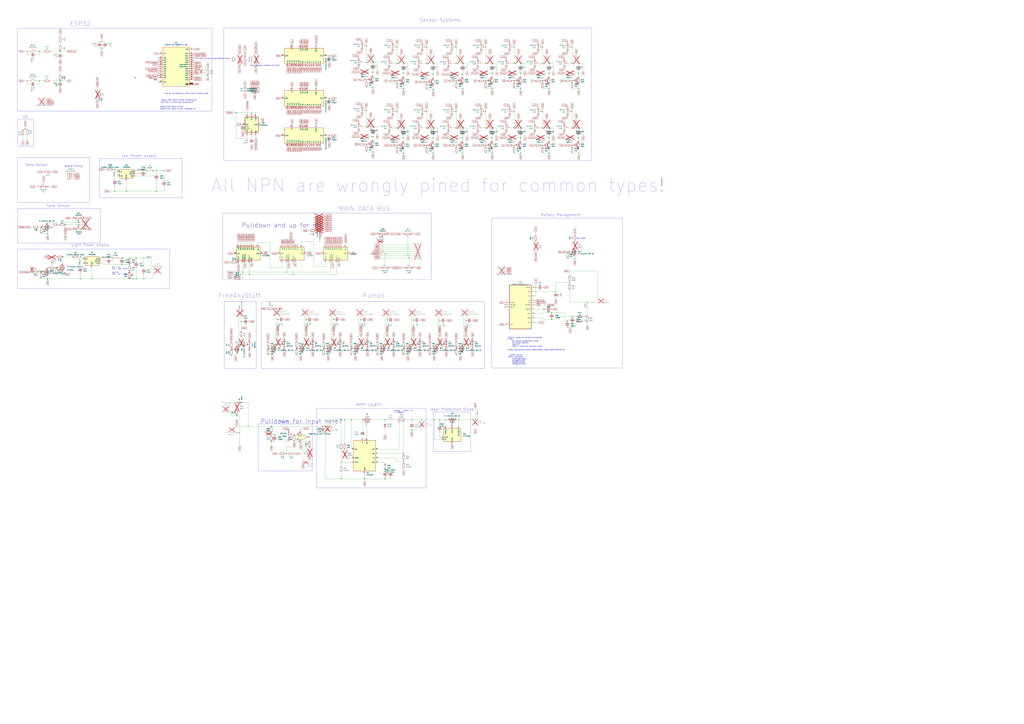
<source format=kicad_sch>
(kicad_sch
	(version 20231120)
	(generator "eeschema")
	(generator_version "8.0")
	(uuid "c26e8d55-0b6e-4c4e-b7c8-b1fed973201c")
	(paper "A0")
	(title_block
		(title "Plant Controller")
		(date "2020-12-21")
		(rev "0.4a")
		(company "C3MA")
	)
	
	(junction
		(at 278.13 502.92)
		(diameter 0)
		(color 0 0 0 0)
		(uuid "006314ff-9060-4674-a7fc-dac02fc6a66c")
	)
	(junction
		(at 314.96 504.19)
		(diameter 0)
		(color 0 0 0 0)
		(uuid "01041127-725b-4ce5-8f58-38fb3fd24a79")
	)
	(junction
		(at 667.512 300.482)
		(diameter 0)
		(color 0 0 0 0)
		(uuid "019516b6-2017-4782-b9e1-e6df47d40092")
	)
	(junction
		(at 571.5 102.87)
		(diameter 0)
		(color 0 0 0 0)
		(uuid "026b3c24-c4bc-4ca0-82cb-9b3a3781338b")
	)
	(junction
		(at 190.5 198.12)
		(diameter 0)
		(color 0 0 0 0)
		(uuid "044b370d-4a42-4fab-a8a0-78f235931201")
	)
	(junction
		(at 502.92 104.14)
		(diameter 0)
		(color 0 0 0 0)
		(uuid "05921202-6f3d-47e7-afc8-54cf16183806")
	)
	(junction
		(at 423.545 556.26)
		(diameter 0)
		(color 0 0 0 0)
		(uuid "064498dc-e504-4f86-9f3f-c7515e3a87b5")
	)
	(junction
		(at 637.54 177.8)
		(diameter 0)
		(color 0 0 0 0)
		(uuid "067aeb1c-cd17-40a2-9804-d78ecf21918c")
	)
	(junction
		(at 93.345 298.45)
		(diameter 0)
		(color 0 0 0 0)
		(uuid "06d8b90d-baa0-4504-baff-642acafdb6f4")
	)
	(junction
		(at 320.04 400.05)
		(diameter 0)
		(color 0 0 0 0)
		(uuid "09028f9d-45e1-4366-826a-88a396abe002")
	)
	(junction
		(at 671.83 177.8)
		(diameter 0)
		(color 0 0 0 0)
		(uuid "09e9f518-61d1-4fd0-86ec-2ca41f027627")
	)
	(junction
		(at 449.58 400.05)
		(diameter 0)
		(color 0 0 0 0)
		(uuid "0a372b77-1bd4-4b2a-8539-3c6b9cb168d3")
	)
	(junction
		(at 274.828 483.108)
		(diameter 0)
		(color 0 0 0 0)
		(uuid "0af1c44b-ddbf-4d31-a823-e5834c357558")
	)
	(junction
		(at 495.3 54.61)
		(diameter 0)
		(color 0 0 0 0)
		(uuid "0b9bd1bd-5d87-4203-ac6d-25f132a9d650")
	)
	(junction
		(at 664.21 168.91)
		(diameter 0)
		(color 0 0 0 0)
		(uuid "0bf93224-513b-43b0-b34e-b83cf88ace50")
	)
	(junction
		(at 31.75 59.69)
		(diameter 0)
		(color 0 0 0 0)
		(uuid "0c801748-df91-4145-83f3-9b19cb585cd0")
	)
	(junction
		(at 274.828 467.868)
		(diameter 0)
		(color 0 0 0 0)
		(uuid "0cbcfcf2-f3b3-4480-9680-29db347f36d4")
	)
	(junction
		(at 433.07 72.39)
		(diameter 0)
		(color 0 0 0 0)
		(uuid "0ebeefe8-2447-4c3c-80b1-d0d61f1efb48")
	)
	(junction
		(at 93.345 323.85)
		(diameter 0)
		(color 0 0 0 0)
		(uuid "0eea3930-0275-4c9f-97c6-e4491faf7ffd")
	)
	(junction
		(at 537.21 73.66)
		(diameter 0)
		(color 0 0 0 0)
		(uuid "0f7c9f5b-15c0-4d15-9880-73614b9dc27c")
	)
	(junction
		(at 289.56 318.77)
		(diameter 0)
		(color 0 0 0 0)
		(uuid "100d0f8b-2f86-49dd-861e-b2d9c9a4a2d9")
	)
	(junction
		(at 478.155 499.745)
		(diameter 0)
		(color 0 0 0 0)
		(uuid "136b5f16-d5fe-4c8a-8508-0e9ad86f8f43")
	)
	(junction
		(at 447.04 294.64)
		(diameter 0)
		(color 0 0 0 0)
		(uuid "14b6b14d-4e33-4c9c-a6d4-2829760e6cc4")
	)
	(junction
		(at 489.585 487.68)
		(diameter 0)
		(color 0 0 0 0)
		(uuid "15c019f7-a03b-47ae-a51c-abc73c51bd40")
	)
	(junction
		(at 563.88 54.61)
		(diameter 0)
		(color 0 0 0 0)
		(uuid "1b762162-080c-4e36-b68b-d3bd15571f83")
	)
	(junction
		(at 341.63 505.46)
		(diameter 0)
		(color 0 0 0 0)
		(uuid "1bbbffd7-dbd6-41b6-9df4-727135053c0b")
	)
	(junction
		(at 368.3 265.43)
		(diameter 0)
		(color 0 0 0 0)
		(uuid "1e71c6eb-62eb-41d4-bfde-df1e7aa7c319")
	)
	(junction
		(at 444.5 280.67)
		(diameter 0)
		(color 0 0 0 0)
		(uuid "1ec24ea8-049a-4547-addf-26eafaa81113")
	)
	(junction
		(at 332.74 527.05)
		(diameter 0)
		(color 0 0 0 0)
		(uuid "1ef17c59-222a-4989-aa08-3c7f869a2700")
	)
	(junction
		(at 468.63 85.09)
		(diameter 0)
		(color 0 0 0 0)
		(uuid "1f4e3c83-7f84-4013-8458-3254f2649743")
	)
	(junction
		(at 277.368 400.812)
		(diameter 0)
		(color 0 0 0 0)
		(uuid "2124662e-0101-4907-a279-d22f77f179e9")
	)
	(junction
		(at 419.1 371.348)
		(diameter 0)
		(color 0 0 0 0)
		(uuid "2125b107-250d-44b9-ae2a-63555b15b96b")
	)
	(junction
		(at 271.78 322.58)
		(diameter 0)
		(color 0 0 0 0)
		(uuid "21c9489c-b7e7-411e-8242-06cb982ccdfb")
	)
	(junction
		(at 541.02 400.05)
		(diameter 0)
		(color 0 0 0 0)
		(uuid "225164a2-0641-4a42-83a1-eb3ceb752f37")
	)
	(junction
		(at 387.35 371.094)
		(diameter 0)
		(color 0 0 0 0)
		(uuid "22b03adb-32c5-4612-9736-645d72daaf12")
	)
	(junction
		(at 510.54 487.68)
		(diameter 0)
		(color 0 0 0 0)
		(uuid "243935e2-4f6a-429d-bbc1-4327fafdf466")
	)
	(junction
		(at 368.3 262.89)
		(diameter 0)
		(color 0 0 0 0)
		(uuid "252d4a75-2db7-460c-aaed-b4520213017f")
	)
	(junction
		(at 425.45 92.71)
		(diameter 0)
		(color 0 0 0 0)
		(uuid "25d1ef73-18e6-4b45-b6a0-d161dc281a1c")
	)
	(junction
		(at 158.115 299.72)
		(diameter 0)
		(color 0 0 0 0)
		(uuid "27bdfd08-9fa2-4018-8386-f5f9458ea23f")
	)
	(junction
		(at 407.67 405.13)
		(diameter 0)
		(color 0 0 0 0)
		(uuid "288439ce-4d40-4524-9a56-c937c30e7f5c")
	)
	(junction
		(at 96.647 300.863)
		(diameter 0)
		(color 0 0 0 0)
		(uuid "2977a76b-3c36-4356-9c23-ef25b0e79774")
	)
	(junction
		(at 480.06 400.05)
		(diameter 0)
		(color 0 0 0 0)
		(uuid "2affe026-8dd0-4fb0-90f9-21a8fa9a4bdc")
	)
	(junction
		(at 659.257 292.862)
		(diameter 0)
		(color 0 0 0 0)
		(uuid "2e5d7e3a-d510-4703-91de-7e2ba8a4a274")
	)
	(junction
		(at 461.01 148.59)
		(diameter 0)
		(color 0 0 0 0)
		(uuid "30055c98-462c-4777-a626-cf867239e38d")
	)
	(junction
		(at 55.245 323.85)
		(diameter 0)
		(color 0 0 0 0)
		(uuid "30c447cc-ce18-498c-a30a-de1223bde459")
	)
	(junction
		(at 671.83 148.59)
		(diameter 0)
		(color 0 0 0 0)
		(uuid "31a2a121-855b-4cf9-8440-5bbee3de3f05")
	)
	(junction
		(at 433.07 83.82)
		(diameter 0)
		(color 0 0 0 0)
		(uuid "31ba5875-8927-4bfd-a4f8-3adf246769c4")
	)
	(junction
		(at 596.9 93.98)
		(diameter 0)
		(color 0 0 0 0)
		(uuid "32072a9c-d2dd-4fe3-9085-b2b6c66fab96")
	)
	(junction
		(at 65.405 311.15)
		(diameter 0)
		(color 0 0 0 0)
		(uuid "33109daa-b629-475e-bf83-217328126604")
	)
	(junction
		(at 322.58 400.05)
		(diameter 0)
		(color 0 0 0 0)
		(uuid "34e846f7-9dcf-4f40-8420-68c319584cee")
	)
	(junction
		(at 433.07 158.75)
		(diameter 0)
		(color 0 0 0 0)
		(uuid "37a79285-75dc-47b1-85e2-e9c3d074f7c7")
	)
	(junction
		(at 380.365 495.3)
		(diameter 0)
		(color 0 0 0 0)
		(uuid "394a6417-c4c4-43a0-ad22-7a964e628e7d")
	)
	(junction
		(at 571.5 73.66)
		(diameter 0)
		(color 0 0 0 0)
		(uuid "3cc3bd38-c946-4c29-a625-e712e268d838")
	)
	(junction
		(at 314.96 513.08)
		(diameter 0)
		(color 0 0 0 0)
		(uuid "3d8fb177-4b5a-4526-95fd-c4109587c044")
	)
	(junction
		(at 274.32 130.81)
		(diameter 0)
		(color 0 0 0 0)
		(uuid "3e916cc3-c4bb-4a04-9995-635a73841757")
	)
	(junction
		(at 537.21 86.36)
		(diameter 0)
		(color 0 0 0 0)
		(uuid "4120f630-88f8-4958-99c5-be8a6b4772f2")
	)
	(junction
		(at 645.414 338.963)
		(diameter 0)
		(color 0 0 0 0)
		(uuid "41246bb7-c8e2-4c38-9094-9b2d2a32bbbe")
	)
	(junction
		(at 461.01 93.98)
		(diameter 0)
		(color 0 0 0 0)
		(uuid "4126858c-c206-4bef-b39b-428bcec4deec")
	)
	(junction
		(at 508 400.05)
		(diameter 0)
		(color 0 0 0 0)
		(uuid "415b2ab4-f4dd-4fee-870b-9ba95dac6a8b")
	)
	(junction
		(at 571.5 148.59)
		(diameter 0)
		(color 0 0 0 0)
		(uuid "4406cfee-0ff2-44ef-a1ef-e6149581217c")
	)
	(junction
		(at 29.21 149.86)
		(diameter 0)
		(color 0 0 0 0)
		(uuid "447db467-5e2a-4cce-9c81-3e3ccb72d2ba")
	)
	(junction
		(at 69.85 59.69)
		(diameter 0)
		(color 0 0 0 0)
		(uuid "44bf766d-2222-4637-ada1-6cbff94abbf8")
	)
	(junction
		(at 150.495 323.85)
		(diameter 0)
		(color 0 0 0 0)
		(uuid "44cd3143-c150-4d17-bd07-6ba56767d7c5")
	)
	(junction
		(at 681.99 351.155)
		(diameter 0)
		(color 0 0 0 0)
		(uuid "4508e97c-f8e4-4ecb-9775-d92576a69269")
	)
	(junction
		(at 495.3 168.91)
		(diameter 0)
		(color 0 0 0 0)
		(uuid "4593d6e5-bc8e-48f0-9775-93846c33113e")
	)
	(junction
		(at 551.815 487.68)
		(diameter 0)
		(color 0 0 0 0)
		(uuid "464f670a-23da-4072-9135-c7f8cde45344")
	)
	(junction
		(at 353.06 400.05)
		(diameter 0)
		(color 0 0 0 0)
		(uuid "477944b3-0f91-44bb-99ca-1f00b91186f2")
	)
	(junction
		(at 637.54 85.09)
		(diameter 0)
		(color 0 0 0 0)
		(uuid "48fa581b-e31c-40cd-be78-2d3ece0a1d84")
	)
	(junction
		(at 461.01 54.61)
		(diameter 0)
		(color 0 0 0 0)
		(uuid "499fccfc-5e44-4fef-9ee9-4d1fdf9faa8f")
	)
	(junction
		(at 495.3 148.59)
		(diameter 0)
		(color 0 0 0 0)
		(uuid "4bdd9a73-35ba-455b-971d-29ad86479519")
	)
	(junction
		(at 344.17 405.13)
		(diameter 0)
		(color 0 0 0 0)
		(uuid "4c43d807-6025-4458-873e-b0e60bc37c3c")
	)
	(junction
		(at 664.21 54.61)
		(diameter 0)
		(color 0 0 0 0)
		(uuid "4f51b0d3-b93c-48c1-8f94-d8097a17151c")
	)
	(junction
		(at 141.605 299.72)
		(diameter 0)
		(color 0 0 0 0)
		(uuid "4fc5b79a-48b8-4875-b2fa-ce2c0b207ed6")
	)
	(junction
		(at 433.07 176.53)
		(diameter 0)
		(color 0 0 0 0)
		(uuid "5087ffa7-63f2-46a1-b798-fd54a43209da")
	)
	(junction
		(at 419.1 400.05)
		(diameter 0)
		(color 0 0 0 0)
		(uuid "547e0024-8ca5-4fd9-9ed0-6e6fa4efe2d1")
	)
	(junction
		(at 433.07 101.6)
		(diameter 0)
		(color 0 0 0 0)
		(uuid "548c700b-f320-487b-b1e6-213ddcf734d3")
	)
	(junction
		(at 276.86 304.8)
		(diameter 0)
		(color 0 0 0 0)
		(uuid "54c228c6-a419-4461-b51c-f4689ab11c16")
	)
	(junction
		(at 480.06 371.856)
		(diameter 0)
		(color 0 0 0 0)
		(uuid "54f14d31-ee75-4d90-bbd6-d53b9269dae6")
	)
	(junction
		(at 596.9 168.91)
		(diameter 0)
		(color 0 0 0 0)
		(uuid "553fd55b-c9b0-4d42-8fea-fe608c6b3e8f")
	)
	(junction
		(at 504.19 487.68)
		(diameter 0)
		(color 0 0 0 0)
		(uuid "55707df8-1ce8-4b01-b189-1ba64f13e6d9")
	)
	(junction
		(at 447.04 487.68)
		(diameter 0)
		(color 0 0 0 0)
		(uuid "557c9344-c4f5-407c-87a3-c05772708fc7")
	)
	(junction
		(at 425.45 128.27)
		(diameter 0)
		(color 0 0 0 0)
		(uuid "56ab9f7a-a80d-45b5-9f13-38a6ae5e5a2f")
	)
	(junction
		(at 664.718 367.919)
		(diameter 0)
		(color 0 0 0 0)
		(uuid "571c9066-df12-43af-bb34-ea8f17352e33")
	)
	(junction
		(at 47.752 263.906)
		(diameter 0)
		(color 0 0 0 0)
		(uuid "5a159a05-57fa-411f-9de3-7f0e035fb745")
	)
	(junction
		(at 154.305 323.85)
		(diameter 0)
		(color 0 0 0 0)
		(uuid "5a782664-d096-4b9f-8da4-e576a5adbff8")
	)
	(junction
		(at 468.63 527.05)
		(diameter 0)
		(color 0 0 0 0)
		(uuid "5aef8b40-8452-4805-a5e4-da8d93469853")
	)
	(junction
		(at 604.52 85.09)
		(diameter 0)
		(color 0 0 0 0)
		(uuid "5db28c81-ecda-48cf-9cf5-82a4652c2d72")
	)
	(junction
		(at 596.9 73.66)
		(diameter 0)
		(color 0 0 0 0)
		(uuid "5de7b025-2047-4e98-ad34-d25039409f9e")
	)
	(junction
		(at 311.15 405.13)
		(diameter 0)
		(color 0 0 0 0)
		(uuid "5df117be-4263-48e0-a710-5721bdeecfb9")
	)
	(junction
		(at 382.27 157.48)
		(diameter 0)
		(color 0 0 0 0)
		(uuid "5e7a5161-1647-47d6-9e0b-ff9ce9e31b86")
	)
	(junction
		(at 495.3 95.25)
		(diameter 0)
		(color 0 0 0 0)
		(uuid "5ebba679-b1e7-40e7-a21c-eaac87c82160")
	)
	(junction
		(at 433.07 147.32)
		(diameter 0)
		(color 0 0 0 0)
		(uuid "5ee86e6c-9861-45ff-aaf3-b0ce155250f5")
	)
	(junction
		(at 532.765 487.68)
		(diameter 0)
		(color 0 0 0 0)
		(uuid "60684402-d96a-439d-a47a-f1940a639b1b")
	)
	(junction
		(at 637.54 73.66)
		(diameter 0)
		(color 0 0 0 0)
		(uuid "6283297a-b875-4df2-a42b-317a52403718")
	)
	(junction
		(at 133.35 222.25)
		(diameter 0)
		(color 0 0 0 0)
		(uuid "62e83d49-6450-4f8e-9161-9823cbd9fa8a")
	)
	(junction
		(at 396.24 556.26)
		(diameter 0)
		(color 0 0 0 0)
		(uuid "62e8e510-5776-41a5-b7ef-659764595cf0")
	)
	(junction
		(at 629.92 54.61)
		(diameter 0)
		(color 0 0 0 0)
		(uuid "639a9374-4baa-414a-a5c4-7e13d2852c2e")
	)
	(junction
		(at 468.63 102.87)
		(diameter 0)
		(color 0 0 0 0)
		(uuid "650b02e4-fb4a-4097-88f3-57b476d8f112")
	)
	(junction
		(at 529.59 54.61)
		(diameter 0)
		(color 0 0 0 0)
		(uuid "66f71efe-5a3b-4842-81ad-702f6a9183fb")
	)
	(junction
		(at 332.74 316.23)
		(diameter 0)
		(color 0 0 0 0)
		(uuid "68f4d8af-c27e-4056-a2a9-dbd2514de570")
	)
	(junction
		(at 664.21 93.98)
		(diameter 0)
		(color 0 0 0 0)
		(uuid "690f2dc5-5473-4546-a0f5-1e3f20786db0")
	)
	(junction
		(at 478.155 487.68)
		(diameter 0)
		(color 0 0 0 0)
		(uuid "697147b1-0224-4f54-a454-fb14851852a2")
	)
	(junction
		(at 502.92 73.66)
		(diameter 0)
		(color 0 0 0 0)
		(uuid "6b072436-9cc5-44f0-8cab-e5273772d205")
	)
	(junction
		(at 517.525 487.68)
		(diameter 0)
		(color 0 0 0 0)
		(uuid "6b9d9747-b3ff-43d2-8486-466834aa4452")
	)
	(junction
		(at 447.04 547.37)
		(diameter 0)
		(color 0 0 0 0)
		(uuid "6bee4d3f-40c6-4254-8d07-1c0c6ec2a6f4")
	)
	(junction
		(at 449.58 371.602)
		(diameter 0)
		(color 0 0 0 0)
		(uuid "6c849387-b46a-4c70-adb8-4a7816d1702c")
	)
	(junction
		(at 130.175 299.72)
		(diameter 0)
		(color 0 0 0 0)
		(uuid "6e8888f6-ec84-4dea-a75b-c49e51edec1e")
	)
	(junction
		(at 571.5 177.8)
		(diameter 0)
		(color 0 0 0 0)
		(uuid "6ee7607b-1843-4037-994f-9b421f85c34b")
	)
	(junction
		(at 596.9 148.59)
		(diameter 0)
		(color 0 0 0 0)
		(uuid "708152d4-5c67-4c3c-967a-78dd154354ad")
	)
	(junction
		(at 529.59 93.98)
		(diameter 0)
		(color 0 0 0 0)
		(uuid "718782ac-57c8-435b-9457-ce995955847d")
	)
	(junction
		(at 368.3 257.81)
		(diameter 0)
		(color 0 0 0 0)
		(uuid "7357611e-6eb5-4b44-a3c1-ee563f8ae0ea")
	)
	(junction
		(at 447.04 400.05)
		(diameter 0)
		(color 0 0 0 0)
		(uuid "74872d2f-df92-44ce-a737-7d0693ac46a3")
	)
	(junction
		(at 288.163 495.3)
		(diameter 0)
		(color 0 0 0 0)
		(uuid "74d5e0e4-cd91-4e01-8980-afaf347113fd")
	)
	(junction
		(at 91.44 258.572)
		(diameter 0)
		(color 0 0 0 0)
		(uuid "750169c9-8dda-4196-8b70-7629a1386317")
	)
	(junction
		(at 421.005 487.68)
		(diameter 0)
		(color 0 0 0 0)
		(uuid "792fa4db-0ff6-47c2-b282-e4d8f6701888")
	)
	(junction
		(at 637.54 102.87)
		(diameter 0)
		(color 0 0 0 0)
		(uuid "79ec289a-2f85-4055-9210-f7916fbc3d1f")
	)
	(junction
		(at 596.9 54.61)
		(diameter 0)
		(color 0 0 0 0)
		(uuid "7a5115d1-34f1-4afd-aab6-8c3f89df22ba")
	)
	(junction
		(at 671.83 160.02)
		(diameter 0)
		(color 0 0 0 0)
		(uuid "7e319f56-b85a-4463-b8f9-7ad8f5763ea8")
	)
	(junction
		(at 146.812 222.25)
		(diameter 0)
		(color 0 0 0 0)
		(uuid "7ea02348-2ae2-4ac7-a02a-9029063eb3d7")
	)
	(junction
		(at 637.54 160.02)
		(diameter 0)
		(color 0 0 0 0)
		(uuid "7eac8976-1652-4c0a-a76d-0530fe3ae3ae")
	)
	(junction
		(at 461.01 129.54)
		(diameter 0)
		(color 0 0 0 0)
		(uuid "7f0237e1-1d71-4027-86cb-d7488d6dce27")
	)
	(junction
		(at 281.94 316.23)
		(diameter 0)
		(color 0 0 0 0)
		(uuid "805ba7db-9e85-428e-9f5b-9063e8278c60")
	)
	(junction
		(at 468.63 405.13)
		(diameter 0)
		(color 0 0 0 0)
		(uuid "80f5b8a1-cdbe-4850-a609-339b8c898669")
	)
	(junction
		(at 473.71 297.18)
		(diameter 0)
		(color 0 0 0 0)
		(uuid "819a85d3-cd43-455c-8023-715c1f29dcd2")
	)
	(junction
		(at 502.92 160.02)
		(diameter 0)
		(color 0 0 0 0)
		(uuid "8239b883-7ac0-49ae-91b3-07b3826c7fe2")
	)
	(junction
		(at 73.025 298.45)
		(diameter 0)
		(color 0 0 0 0)
		(uuid "82572895-6594-489b-b5dd-a8b4d09bcb09")
	)
	(junction
		(at 177.8 198.12)
		(diameter 0)
		(color 0 0 0 0)
		(uuid "843e9870-799e-444a-a4e6-716ced5cbe43")
	)
	(junction
		(at 637.54 148.59)
		(diameter 0)
		(color 0 0 0 0)
		(uuid "89062818-c01b-4c5a-a12c-1e35d52780ff")
	)
	(junction
		(at 425.45 53.34)
		(diameter 0)
		(color 0 0 0 0)
		(uuid "89c9668d-eb10-4371-9427-2b0654758741")
	)
	(junction
		(at 400.05 487.68)
		(diameter 0)
		(color 0 0 0 0)
		(uuid "8badbd3a-472d-49c6-9995-2681ebcad861")
	)
	(junction
		(at 563.88 93.98)
		(diameter 0)
		(color 0 0 0 0)
		(uuid "8bd86f79-7f9c-4c30-9dd8-981806e53813")
	)
	(junction
		(at 671.83 102.87)
		(diameter 0)
		(color 0 0 0 0)
		(uuid "8db1d203-e627-40a1-9aa1-eb87a34a27ca")
	)
	(junction
		(at 75.946 261.112)
		(diameter 0)
		(color 0 0 0 0)
		(uuid "8dbf3f53-4dbe-4577-8253-5d3d05e20a7d")
	)
	(junction
		(at 375.92 405.13)
		(diameter 0)
		(color 0 0 0 0)
		(uuid "8ddc18df-7f6d-40fe-971f-5b7ea913cac2")
	)
	(junction
		(at 495.3 73.66)
		(diameter 0)
		(color 0 0 0 0)
		(uuid "91f51afc-74e9-4689-bf90-5b054783b568")
	)
	(junction
		(at 136.652 199.39)
		(diameter 0)
		(color 0 0 0 0)
		(uuid "9330ab14-2e88-49fc-b8ec-647acef19c05")
	)
	(junction
		(at 425.45 147.32)
		(diameter 0)
		(color 0 0 0 0)
		(uuid "93f019f6-1cb2-47ce-ad4a-b71afdbed778")
	)
	(junction
		(at 529.59 129.54)
		(diameter 0)
		(color 0 0 0 0)
		(uuid "943b67a7-896a-4d51-b5a7-cd6889520825")
	)
	(junction
		(at 571.5 160.02)
		(diameter 0)
		(color 0 0 0 0)
		(uuid "944582dc-9ad6-4270-b98c-6b7423b11410")
	)
	(junction
		(at 537.21 148.59)
		(diameter 0)
		(color 0 0 0 0)
		(uuid "957e10ff-76bd-489f-b9fe-ab1fdb884450")
	)
	(junction
		(at 368.3 255.27)
		(diameter 0)
		(color 0 0 0 0)
		(uuid "95e16490-1476-42b0-b339-2eae951bab1c")
	)
	(junction
		(at 150.495 307.34)
		(diameter 0)
		(color 0 0 0 0)
		(uuid "96f15460-13f3-4312-89f8-b71934eaedb8")
	)
	(junction
		(at 671.83 73.66)
		(diameter 0)
		(color 0 0 0 0)
		(uuid "974cb32f-b17f-415b-a3ed-4c573300644d")
	)
	(junction
		(at 106.807 323.85)
		(diameter 0)
		(color 0 0 0 0)
		(uuid "977868cb-abe1-483f-8f43-5a8a20726067")
	)
	(junction
		(at 563.88 168.91)
		(diameter 0)
		(color 0 0 0 0)
		(uuid "979d0b85-f2dc-43e5-91a2-e7e9a479ccd3")
	)
	(junction
		(at 382.27 64.77)
		(diameter 0)
		(color 0 0 0 0)
		(uuid "99de8f7d-0bac-4189-8a58-7eb488261416")
	)
	(junction
		(at 571.5 85.09)
		(diameter 0)
		(color 0 0 0 0)
		(uuid "9b65336d-5277-4cda-9817-8d963731baca")
	)
	(junction
		(at 241.3 87.63)
		(diameter 0)
		(color 0 0 0 0)
		(uuid "9d32f91d-40f9-42f9-b044-70d19854227e")
	)
	(junction
		(at 510.54 372.364)
		(diameter 0)
		(color 0 0 0 0)
		(uuid "a1d7e5c8-d217-457c-b56c-ecad97fd4c0e")
	)
	(junction
		(at 538.48 400.05)
		(diameter 0)
		(color 0 0 0 0)
		(uuid "a29c0663-342d-4535-aac0-b31dad8318cf")
	)
	(junction
		(at 45.72 59.69)
		(diameter 0)
		(color 0 0 0 0)
		(uuid "a3104c80-278d-416a-b409-fd08d784c6c7")
	)
	(junction
		(at 563.88 73.66)
		(diameter 0)
		(color 0 0 0 0)
		(uuid "a4f2e3e9-2f62-4ed2-91cb-96ac4bea021e")
	)
	(junction
		(at 355.6 400.05)
		(diameter 0)
		(color 0 0 0 0)
		(uuid "a685894a-983c-450f-b9c3-4d7e6d929974")
	)
	(junction
		(at 425.45 167.64)
		(diameter 0)
		(color 0 0 0 0)
		(uuid "a692c08c-551f-44a7-adb6-606c3bb62932")
	)
	(junction
		(at 167.005 323.85)
		(diameter 0)
		(color 0 0 0 0)
		(uuid "a70da482-a861-4e2f-9d2b-6183a6f0f87e")
	)
	(junction
		(at 37.084 316.23)
		(diameter 0)
		(color 0 0 0 0)
		(uuid "a757038c-5365-4452-9233-cd270451996f")
	)
	(junction
		(at 629.92 129.54)
		(diameter 0)
		(color 0 0 0 0)
		(uuid "a77abfe7-e262-4002-9648-a4dca1c184b1")
	)
	(junction
		(at 495.3 129.54)
		(diameter 0)
		(color 0 0 0 0)
		(uuid "a7ead05e-fd26-4f6a-98b1-c130e29a0605")
	)
	(junction
		(at 468.63 535.94)
		(diameter 0)
		(color 0 0 0 0)
		(uuid "a8c1d291-f95c-499f-a8f0-8d347b07d19e")
	)
	(junction
		(at 408.305 487.68)
		(diameter 0)
		(color 0 0 0 0)
		(uuid "a90e40e7-9f3e-4a7e-bc30-d292bc1ab9ed")
	)
	(junction
		(at 396.24 487.68)
		(diameter 0)
		(color 0 0 0 0)
		(uuid "a918e227-4862-4ef1-b1b4-1ecbab47421d")
	)
	(junction
		(at 529.59 168.91)
		(diameter 0)
		(color 0 0 0 0)
		(uuid "a97fc95b-6246-49f0-b0cf-bf3aa6f54de2")
	)
	(junction
		(at 99.314 266.192)
		(diameter 0)
		(color 0 0 0 0)
		(uuid "a99f2dd3-1db5-4646-bd5d-42af73cee85a")
	)
	(junction
		(at 377.825 502.92)
		(diameter 0)
		(color 0 0 0 0)
		(uuid "aa0d7669-67ff-4603-888b-7d15a03d73a6")
	)
	(junction
		(at 150.495 299.72)
		(diameter 0)
		(color 0 0 0 0)
		(uuid "aa659c87-6d9f-4a94-913b-ec00337baaa9")
	)
	(junction
		(at 537.21 160.02)
		(diameter 0)
		(color 0 0 0 0)
		(uuid "aa7470b0-25fe-426c-8e11-da1c1d924805")
	)
	(junction
		(at 141.605 307.34)
		(diameter 0)
		(color 0 0 0 0)
		(uuid "ab83cc7b-a4bb-42ce-806a-ad57b1f1f16f")
	)
	(junction
		(at 622.3 333.883)
		(diameter 0)
		(color 0 0 0 0)
		(uuid "abed498a-7286-4258-a6a3-0ad40837fa9c")
	)
	(junction
		(at 318.77 505.46)
		(diameter 0)
		(color 0 0 0 0)
		(uuid "ac18742b-0669-4417-bf96-99d1ab0ff75f")
	)
	(junction
		(at 529.59 405.13)
		(diameter 0)
		(color 0 0 0 0)
		(uuid "ac6041ae-1077-46a6-b33a-6e568b0f7d89")
	)
	(junction
		(at 297.18 107.95)
		(diameter 0)
		(color 0 0 0 0)
		(uuid "ad6aca5a-aa99-4b42-a3e4-f6f27dae664e")
	)
	(junction
		(at 355.6 371.348)
		(diameter 0)
		(color 0 0 0 0)
		(uuid "ae161ff6-e303-4db5-b037-b1f45682a4bb")
	)
	(junction
		(at 604.52 73.66)
		(diameter 0)
		(color 0 0 0 0)
		(uuid "af24c530-bace-4098-b28e-8213bb1a8743")
	)
	(junction
		(at 295.91 107.95)
		(diameter 0)
		(color 0 0 0 0)
		(uuid "af4549b6-4e25-4c36-b4d9-5cfa50547ca1")
	)
	(junction
		(at 359.41 513.08)
		(diameter 0)
		(color 0 0 0 0)
		(uuid "b3465a47-f032-463a-8cb4-a402cd509d71")
	)
	(junction
		(at 382.27 114.3)
		(diameter 0)
		(color 0 0 0 0)
		(uuid "b5f987b1-82e9-4d50-afd8-20682cecf96f")
	)
	(junction
		(at 468.63 177.8)
		(diameter 0)
		(color 0 0 0 0)
		(uuid "b88c6033-15ac-4b13-83da-7bbe1c1195dd")
	)
	(junction
		(at 502.92 177.8)
		(diameter 0)
		(color 0 0 0 0)
		(uuid "bb2d97e8-7888-40b3-ad5f-0b2ed971ec7b")
	)
	(junction
		(at 73.025 318.77)
		(diameter 0)
		(color 0 0 0 0)
		(uuid "c1341956-3e76-4b89-ab41-469a1db0015c")
	)
	(junction
		(at 510.54 400.05)
		(diameter 0)
		(color 0 0 0 0)
		(uuid "c1611925-d0ac-42a4-83ae-6844b1cb71e3")
	)
	(junction
		(at 461.01 73.66)
		(diameter 0)
		(color 0 0 0 0)
		(uuid "c1f12c77-fc36-4c4e-9402-b971f8787376")
	)
	(junction
		(at 91.44 261.112)
		(diameter 0)
		(color 0 0 0 0)
		(uuid "c2c812ed-41b4-4200-984f-e76eae1d14de")
	)
	(junction
		(at 45.72 93.98)
		(diameter 0)
		(color 0 0 0 0)
		(uuid "c39add44-ba76-41fb-8f18-28fa0366e282")
	)
	(junction
		(at 314.96 495.3)
		(diameter 0)
		(color 0 0 0 0)
		(uuid "c658b47a-3e79-4147-ac21-89a17ecf409a")
	)
	(junction
		(at 322.58 371.094)
		(diameter 0)
		(color 0 0 0 0)
		(uuid "c6d07995-bb57-4c01-9d40-c8c408016a09")
	)
	(junction
		(at 468.63 73.66)
		(diameter 0)
		(color 0 0 0 0)
		(uuid "c9bcc4dd-2e45-4814-917d-222bf96092ff")
	)
	(junction
		(at 181.61 222.25)
		(diameter 0)
		(color 0 0 0 0)
		(uuid "cac620f5-0af6-41f8-9844-d9f07ee0c129")
	)
	(junction
		(at 396.24 537.21)
		(diameter 0)
		(color 0 0 0 0)
		(uuid "caf08951-498e-42d7-836c-4ada133aecad")
	)
	(junction
		(at 279.908 373.634)
		(diameter 0)
		(color 0 0 0 0)
		(uuid "cbfbbc2e-484a-4954-8dc2-c7386c5d1301")
	)
	(junction
		(at 640.588 363.347)
		(diameter 0)
		(color 0 0 0 0)
		(uuid "cc2cd7a1-fffc-47d8-9f80-fed0488b65e2")
	)
	(junction
		(at 529.59 73.66)
		(diameter 0)
		(color 0 0 0 0)
		(uuid "cc4db2b3-7a3d-4ef2-b3b0-bc2a5b38938e")
	)
	(junction
		(at 133.35 196.85)
		(diameter 0)
		(color 0 0 0 0)
		(uuid "cc922bc0-96bd-4b17-b53a-b9b1b8fdaebf")
	)
	(junction
		(at 294.64 107.95)
		(diameter 0)
		(color 0 0 0 0)
		(uuid "cd4269e0-1f42-4344-8d26-de82a41ddaff")
	)
	(junction
		(at 629.92 93.98)
		(diameter 0)
		(color 0 0 0 0)
		(uuid "ceefa2d2-00e3-4b3c-a7ad-0e8ac388ebb9")
	)
	(junction
		(at 604.52 177.8)
		(diameter 0)
		(color 0 0 0 0)
		(uuid "d001e9a1-587b-41cc-81aa-c56d8da361ee")
	)
	(junction
		(at 499.11 405.13)
		(diameter 0)
		(color 0 0 0 0)
		(uuid "d0ccfc37-9d2e-4994-b901-fab6c387aa2a")
	)
	(junction
		(at 537.21 177.8)
		(diameter 0)
		(color 0 0 0 0)
		(uuid "d1010438-7a43-4538-9e86-217bd01f8c14")
	)
	(junction
		(at 368.3 267.97)
		(diameter 0)
		(color 0 0 0 0)
		(uuid "d14a960b-df64-4cee-80fc-25c3debc3b63")
	)
	(junction
		(at 158.115 323.85)
		(diameter 0)
		(color 0 0 0 0)
		(uuid "d17c286e-9606-4cb2-902a-10021903ed9a")
	)
	(junction
		(at 671.83 85.09)
		(diameter 0)
		(color 0 0 0 0)
		(uuid "d1d52e82-91ba-48cd-b468-139b1071e8d5")
	)
	(junction
		(at 31.75 93.98)
		(diameter 0)
		(color 0 0 0 0)
		(uuid "d2b0a197-1410-44de-bdc3-e63959ff5b39")
	)
	(junction
		(at 537.21 102.87)
		(diameter 0)
		(color 0 0 0 0)
		(uuid "d2b90904-e6cb-4742-881e-0fd35570115c")
	)
	(junction
		(at 368.3 252.73)
		(diameter 0)
		(color 0 0 0 0)
		(uuid "d48d5ecb-021c-46d1-b6e1-8cccf5ad30d1")
	)
	(junction
		(at 661.416 328.295)
		(diameter 0)
		(color 0 0 0 0)
		(uuid "d5d6a42c-48b3-4a54-a79b-12276d91096b")
	)
	(junction
		(at 55.372 271.526)
		(diameter 0)
		(color 0 0 0 0)
		(uuid "d6db9766-b81b-4a66-bc0a-843f0aeb559b")
	)
	(junction
		(at 541.02 372.364)
		(diameter 0)
		(color 0 0 0 0)
		(uuid "d776c8dc-ee54-41b4-8224-e7ddbf0679dc")
	)
	(junction
		(at 640.588 370.967)
		(diameter 0)
		(color 0 0 0 0)
		(uuid "da137c69-6bb9-4555-bf7f-fd4ad6c5fd06")
	)
	(junction
		(at 438.15 405.13)
		(diameter 0)
		(color 0 0 0 0)
		(uuid "db8fa153-556e-4fc4-a8b6-63a7062d08ed")
	)
	(junction
		(at 425.45 72.39)
		(diameter 0)
		(color 0 0 0 0)
		(uuid "dc8c6e94-1eff-45c1-b92e-b1caf2f34015")
	)
	(junction
		(at 181.61 198.12)
		(diameter 0)
		(color 0 0 0 0)
		(uuid "dd5d2f91-6f31-4419-a01a-1ac3389098ab")
	)
	(junction
		(at 374.65 495.3)
		(diameter 0)
		(color 0 0 0 0)
		(uuid "dda3d65b-6f54-4ee4-b1a0-dc35f1b01992")
	)
	(junction
		(at 170.18 198.12)
		(diameter 0)
		(color 0 0 0 0)
		(uuid "de92b6a6-7a53-41cb-a051-66e1e7d1d440")
	)
	(junction
		(at 368.3 260.35)
		(diameter 0)
		(color 0 0 0 0)
		(uuid "dfafa1ec-5cf4-4609-89b7-e43a37c90c17")
	)
	(junction
		(at 529.59 148.59)
		(diameter 0)
		(color 0 0 0 0)
		(uuid "e018a52d-1f7f-43d2-9757-f2f7c2a0a9c0")
	)
	(junction
		(at 604.52 148.59)
		(diameter 0)
		(color 0 0 0 0)
		(uuid "e0334824-28a0-4a4e-ab6d-b2e5a2ed4e19")
	)
	(junction
		(at 604.52 160.02)
		(diameter 0)
		(color 0 0 0 0)
		(uuid "e03df205-b0f8-4eb0-94ac-6d108b56efdd")
	)
	(junction
		(at 664.21 73.66)
		(diameter 0)
		(color 0 0 0 0)
		(uuid "e3a79e63-e583-47fd-8a7e-9e2f377a96f0")
	)
	(junction
		(at 268.478 405.892)
		(diameter 0)
		(color 0 0 0 0)
		(uuid "e3bac401-521f-443a-951f-18f502070861")
	)
	(junction
		(at 340.36 318.77)
		(diameter 0)
		(color 0 0 0 0)
		(uuid "e464f851-f7e1-4e95-b3ff-5a5e1e06a88d")
	)
	(junction
		(at 167.005 299.72)
		(diameter 0)
		(color 0 0 0 0)
		(uuid "e48746df-7668-499a-98dc-b9ffcda2bccd")
	)
	(junction
		(at 47.625 316.23)
		(diameter 0)
		(color 0 0 0 0)
		(uuid "e4c2dbc9-3598-4718-afb3-500c7ff75445")
	)
	(junction
		(at 447.04 556.26)
		(diameter 0)
		(color 0 0 0 0)
		(uuid "e5f993bb-4d95-4a9a-b24b-923011bb963a")
	)
	(junction
		(at 387.35 400.05)
		(diameter 0)
		(color 0 0 0 0)
		(uuid "e6344c4b-5e26-4315-8e1d-efd642df3581")
	)
	(junction
		(at 563.88 148.59)
		(diameter 0)
		(color 0 0 0 0)
		(uuid "e76d7a19-9315-45bb-9ea4-e65adba1a7a8")
	)
	(junction
		(at 444.5 292.1)
		(diameter 0)
		(color 0 0 0 0)
		(uuid "e86900c0-86ce-4777-88bb-4f9ecf777fc0")
	)
	(junction
		(at 629.92 168.91)
		(diameter 0)
		(color 0 0 0 0)
		(uuid "e879c254-09e3-4fcf-9f2d-28dd7d9ba433")
	)
	(junction
		(at 468.63 148.59)
		(diameter 0)
		(color 0 0 0 0)
		(uuid "e97dcb44-7b48-4f00-aba6-795f672687ba")
	)
	(junction
		(at 631.444 359.283)
		(diameter 0)
		(color 0 0 0 0)
		(uuid "ea2ed474-b80c-41c1-b8f5-085b08547d63")
	)
	(junction
		(at 658.876 372.999)
		(diameter 0)
		(color 0 0 0 0)
		(uuid "ea4d2cbb-15b1-43ba-9c85-87d68b81d9f6")
	)
	(junction
		(at 279.908 400.812)
		(diameter 0)
		(color 0 0 0 0)
		(uuid "ea81a12e-80a8-4055-a8fc-17c9562b0042")
	)
	(junction
		(at 279.4 318.77)
		(diameter 0)
		(color 0 0 0 0)
		(uuid "eb134ef6-0e32-46e8-9263-d8797dfe432d")
	)
	(junction
		(at 629.92 73.66)
		(diameter 0)
		(color 0 0 0 0)
		(uuid "ec234dbf-5504-4d77-9942-03edf134f9e0")
	)
	(junction
		(at 118.11 55.88)
		(diameter 0)
		(color 0 0 0 0)
		(uuid "eccbfa59-0c6d-47df-8d18-db1d8a427072")
	)
	(junction
		(at 69.85 93.98)
		(diameter 0)
		(color 0 0 0 0)
		(uuid "ed603a96-a752-490d-9f6b-e11a5c28a267")
	)
	(junction
		(at 629.92 148.59)
		(diameter 0)
		(color 0 0 0 0)
		(uuid "ee1a89d1-031b-4d98-a62d-973c7823ade8")
	)
	(junction
		(at 477.52 400.05)
		(diameter 0)
		(color 0 0 0 0)
		(uuid "ee4ab3a4-59f7-4db1-a482-501b9cb3788f")
	)
	(junction
		(at 474.98 299.72)
		(diameter 0)
		(color 0 0 0 0)
		(uuid "ef25ea8a-6f53-4ead-85fb-dc902e324c3a")
	)
	(junction
		(at 502.92 86.36)
		(diameter 0)
		(color 0 0 0 0)
		(uuid "efdf307e-8d67-430a-8c03-6dab3e4f4f72")
	)
	(junction
		(at 118.11 48.26)
		(diameter 0)
		(color 0 0 0 0)
		(uuid "f1a67806-2122-488a-be9e-3def99cac9b4")
	)
	(junction
		(at 468.63 160.02)
		(diameter 0)
		(color 0 0 0 0)
		(uuid "f3311c3a-ce52-435d-9996-86b7f9c1e897")
	)
	(junction
		(at 384.81 400.05)
		(diameter 0)
		(color 0 0 0 0)
		(uuid "f33c1570-2595-49f1-9ca5-56aecadb8578")
	)
	(junction
		(at 461.01 168.91)
		(diameter 0)
		(color 0 0 0 0)
		(uuid "f46f3c81-f81c-494b-940e-b2a7612a9b00")
	)
	(junction
		(at 502.92 148.59)
		(diameter 0)
		(color 0 0 0 0)
		(uuid "f97a5685-0e9a-42fc-8703-e760793b9fd0")
	)
	(junction
		(at 664.21 148.59)
		(diameter 0)
		(color 0 0 0 0)
		(uuid "fadeb8be-e293-403d-b08e-d4079f1d66c2")
	)
	(junction
		(at 596.9 129.54)
		(diameter 0)
		(color 0 0 0 0)
		(uuid "faf76a27-4651-4082-83d1-9449cc5a0db2")
	)
	(junction
		(at 664.21 129.54)
		(diameter 0)
		(color 0 0 0 0)
		(uuid "fd16341c-1c4c-4bd6-a643-9f711a9c3408")
	)
	(junction
		(at 563.88 129.54)
		(diameter 0)
		(color 0 0 0 0)
		(uuid "fd82d936-40c3-47c3-8f6b-5ed31b17a829")
	)
	(junction
		(at 604.52 102.87)
		(diameter 0)
		(color 0 0 0 0)
		(uuid "fedba8c9-8c3d-4d07-a3e2-646f50f83f6f")
	)
	(junction
		(at 416.56 400.05)
		(diameter 0)
		(color 0 0 0 0)
		(uuid "ff4c02dc-5696-44f6-8008-5806e9acfc7a")
	)
	(no_connect
		(at 224.79 69.85)
		(uuid "11ce84ce-44a9-4518-a182-d1fa021941ba")
	)
	(no_connect
		(at 586.232 356.743)
		(uuid "301f968e-2ec8-4ccb-9484-9b52fd4c2f33")
	)
	(no_connect
		(at 184.15 67.31)
		(uuid "6d645bf1-339f-4b38-a26a-bdd168ca591e")
	)
	(no_connect
		(at 345.44 284.48)
		(uuid "719545ae-5f44-4f43-8b18-88571e66d52d")
	)
	(no_connect
		(at 184.15 85.09)
		(uuid "73f22c4a-853b-4663-a287-174ec9a91a1b")
	)
	(no_connect
		(at 184.15 69.85)
		(uuid "80156458-0c76-4971-a355-021501422841")
	)
	(no_connect
		(at 224.79 67.31)
		(uuid "a51a1ec3-f41f-4d68-aa13-e08c63246ac6")
	)
	(no_connect
		(at 342.9 284.48)
		(uuid "afc642fd-b037-4b56-8f9c-d8d1e4407c08")
	)
	(no_connect
		(at 586.232 354.203)
		(uuid "bfbcf357-a418-4f1e-bc29-ca100b7597a9")
	)
	(no_connect
		(at 292.1 132.08)
		(uuid "dd3ce984-3983-4f09-82f2-e087fd9c0ec0")
	)
	(no_connect
		(at 184.15 77.47)
		(uuid "f112b500-a680-49d1-8ed2-1da1c4b8baeb")
	)
	(wire
		(pts
			(xy 26.67 157.48) (xy 26.67 162.56)
		)
		(stroke
			(width 0)
			(type default)
		)
		(uuid "003b740f-4a16-46ca-93c7-dff311fe3df9")
	)
	(wire
		(pts
			(xy 693.42 351.155) (xy 681.99 351.155)
		)
		(stroke
			(width 0)
			(type default)
		)
		(uuid "0053f506-cadc-47e6-8f90-63918ab6e01c")
	)
	(wire
		(pts
			(xy 156.972 199.39) (xy 156.972 198.12)
		)
		(stroke
			(width 0)
			(type default)
		)
		(uuid "00544d92-b95c-48ab-bded-20aed4215a84")
	)
	(wire
		(pts
			(xy 468.63 99.06) (xy 468.63 102.87)
		)
		(stroke
			(width 0)
			(type default)
		)
		(uuid "00606928-bac5-4408-a3d7-21407fadee68")
	)
	(wire
		(pts
			(xy 649.478 370.967) (xy 640.588 370.967)
		)
		(stroke
			(width 0)
			(type default)
		)
		(uuid "0138e388-dcd3-4184-8aff-8bcdb067e52f")
	)
	(wire
		(pts
			(xy 41.91 63.5) (xy 45.72 63.5)
		)
		(stroke
			(width 0)
			(type default)
		)
		(uuid "0177a789-58ee-4342-a75b-6dc9759a0292")
	)
	(wire
		(pts
			(xy 175.895 313.055) (xy 175.895 299.72)
		)
		(stroke
			(width 0)
			(type default)
		)
		(uuid "017ff145-3761-41b1-9921-b6b9c4d34ef1")
	)
	(wire
		(pts
			(xy 438.15 81.28) (xy 438.15 72.39)
		)
		(stroke
			(width 0)
			(type default)
		)
		(uuid "01857332-fc13-4684-bb70-f9eee886c3a0")
	)
	(wire
		(pts
			(xy 510.54 372.364) (xy 510.54 377.19)
		)
		(stroke
			(width 0)
			(type default)
		)
		(uuid "019c3cdc-6669-4649-94f3-4ae853aeb18a")
	)
	(wire
		(pts
			(xy 604.52 173.99) (xy 604.52 177.8)
		)
		(stroke
			(width 0)
			(type default)
		)
		(uuid "01eb084a-fac6-4933-81d9-7496a9d7ebe6")
	)
	(wire
		(pts
			(xy 381 487.68) (xy 381 495.3)
		)
		(stroke
			(width 0)
			(type default)
		)
		(uuid "0209f908-9ab2-4859-bfcd-be82dd453d27")
	)
	(wire
		(pts
			(xy 55.372 258.572) (xy 91.44 258.572)
		)
		(stroke
			(width 0)
			(type default)
		)
		(uuid "02ba64d9-e763-4d47-978e-74978085583f")
	)
	(wire
		(pts
			(xy 314.96 513.08) (xy 314.96 516.89)
		)
		(stroke
			(width 0)
			(type default)
		)
		(uuid "02d9f525-81dc-4358-a721-5c3e828397c8")
	)
	(wire
		(pts
			(xy 381 410.21) (xy 381 412.75)
		)
		(stroke
			(width 0)
			(type default)
		)
		(uuid "0404e42b-a8e3-46d1-bd78-a03d3bf9ef75")
	)
	(wire
		(pts
			(xy 571.5 157.48) (xy 571.5 160.02)
		)
		(stroke
			(width 0)
			(type default)
		)
		(uuid "043cb6ff-a5c8-4fbb-82cf-aefb30c6af7f")
	)
	(wire
		(pts
			(xy 502.92 148.59) (xy 502.92 149.86)
		)
		(stroke
			(width 0)
			(type default)
		)
		(uuid "0476c96d-84c7-40c6-a537-1e276919c966")
	)
	(wire
		(pts
			(xy 322.58 368.3) (xy 322.58 371.094)
		)
		(stroke
			(width 0)
			(type default)
		)
		(uuid "0493a217-294f-4dbb-9ddb-266a136d82bf")
	)
	(wire
		(pts
			(xy 447.04 556.26) (xy 447.04 554.99)
		)
		(stroke
			(width 0)
			(type default)
		)
		(uuid "050384b2-02ed-4f35-bf49-9f2b56872ebf")
	)
	(wire
		(pts
			(xy 267.208 467.868) (xy 274.828 467.868)
		)
		(stroke
			(width 0)
			(type default)
		)
		(uuid "0528c3df-8906-4063-94f0-6f2c8cf50025")
	)
	(wire
		(pts
			(xy 441.96 297.18) (xy 473.71 297.18)
		)
		(stroke
			(width 0)
			(type default)
		)
		(uuid "060df674-6c99-455c-90bc-a6a9efc03924")
	)
	(wire
		(pts
			(xy 537.21 410.21) (xy 534.67 410.21)
		)
		(stroke
			(width 0)
			(type default)
		)
		(uuid "064a38e2-3216-4113-a380-67f38427a639")
	)
	(wire
		(pts
			(xy 408.305 521.97) (xy 408.305 487.68)
		)
		(stroke
			(width 0)
			(type default)
		)
		(uuid "06aab875-7c24-44e0-af16-3ef5b38c789f")
	)
	(wire
		(pts
			(xy 177.8 323.85) (xy 177.8 315.595)
		)
		(stroke
			(width 0)
			(type default)
		)
		(uuid "0707b3d1-d988-44db-8586-ffdfd16b4e1a")
	)
	(wire
		(pts
			(xy 190.5 198.12) (xy 190.5 209.55)
		)
		(stroke
			(width 0)
			(type default)
		)
		(uuid "073a5a3e-ce2a-4308-9d5f-8e5083d6900a")
	)
	(wire
		(pts
			(xy 468.63 102.87) (xy 468.63 104.14)
		)
		(stroke
			(width 0)
			(type default)
		)
		(uuid "0802fcfa-31f6-4de3-837d-50a67ccd2733")
	)
	(wire
		(pts
			(xy 449.58 400.05) (xy 447.04 400.05)
		)
		(stroke
			(width 0)
			(type default)
		)
		(uuid "084fded9-cfee-400e-9325-0f602e45de35")
	)
	(wire
		(pts
			(xy 468.63 73.66) (xy 461.01 73.66)
		)
		(stroke
			(width 0)
			(type default)
		)
		(uuid "086d707f-71ed-4ce7-ae50-77e1a1bb4743")
	)
	(wire
		(pts
			(xy 426.085 495.3) (xy 426.085 509.27)
		)
		(stroke
			(width 0)
			(type default)
		)
		(uuid "0a41d184-a92a-423a-a1ed-8403bc262715")
	)
	(wire
		(pts
			(xy 529.59 403.86) (xy 529.59 405.13)
		)
		(stroke
			(width 0)
			(type default)
		)
		(uuid "0b0ca2cc-5b1f-45a8-87ce-17db11d51839")
	)
	(wire
		(pts
			(xy 576.58 73.66) (xy 571.5 73.66)
		)
		(stroke
			(width 0)
			(type default)
		)
		(uuid "0bfb4148-db3c-4ac8-b372-638382bf488e")
	)
	(wire
		(pts
			(xy 154.305 323.85) (xy 158.115 323.85)
		)
		(stroke
			(width 0)
			(type default)
		)
		(uuid "0c38d0d8-b4f2-443e-af1f-eea7d894e6db")
	)
	(wire
		(pts
			(xy 671.83 148.59) (xy 664.21 148.59)
		)
		(stroke
			(width 0)
			(type default)
		)
		(uuid "0c88fde5-da71-472a-8f1d-0375025b916d")
	)
	(wire
		(pts
			(xy 473.71 148.59) (xy 468.63 148.59)
		)
		(stroke
			(width 0)
			(type default)
		)
		(uuid "0c904f6f-bf4f-422a-a5de-15ea8badc359")
	)
	(wire
		(pts
			(xy 528.32 93.98) (xy 529.59 93.98)
		)
		(stroke
			(width 0)
			(type default)
		)
		(uuid "0d6bafbb-6da8-4db3-8cb2-2d07dbc1f80c")
	)
	(wire
		(pts
			(xy 630.428 364.363) (xy 621.792 364.363)
		)
		(stroke
			(width 0)
			(type default)
		)
		(uuid "0d6c20ce-9cac-49ba-a22d-21974c44b4a4")
	)
	(wire
		(pts
			(xy 468.63 173.99) (xy 468.63 177.8)
		)
		(stroke
			(width 0)
			(type default)
		)
		(uuid "0de4fa0b-b6e3-42c1-a7b0-e2e7921e8012")
	)
	(wire
		(pts
			(xy 382.27 64.77) (xy 383.54 64.77)
		)
		(stroke
			(width 0)
			(type default)
		)
		(uuid "0e4a0b7f-4ba1-4e0e-b717-a158f4226979")
	)
	(wire
		(pts
			(xy 631.444 359.283) (xy 633.095 359.283)
		)
		(stroke
			(width 0)
			(type default)
		)
		(uuid "0e8314bb-7945-4b0a-a0ae-c2098f514198")
	)
	(wire
		(pts
			(xy 532.765 487.68) (xy 532.765 495.3)
		)
		(stroke
			(width 0)
			(type default)
		)
		(uuid "0eaa1397-d5f3-4146-853a-480b80af26af")
	)
	(wire
		(pts
			(xy 55.245 323.85) (xy 93.345 323.85)
		)
		(stroke
			(width 0)
			(type default)
		)
		(uuid "0eb9dc12-a443-4a66-a7f6-19cd17c4e3f4")
	)
	(wire
		(pts
			(xy 664.21 146.05) (xy 664.21 148.59)
		)
		(stroke
			(width 0)
			(type default)
		)
		(uuid "0ee90775-6921-419c-b110-dfc80b7dc670")
	)
	(wire
		(pts
			(xy 676.91 367.919) (xy 678.18 367.919)
		)
		(stroke
			(width 0)
			(type default)
		)
		(uuid "0ef98f37-f666-4edd-adc6-2b452cc2fddd")
	)
	(wire
		(pts
			(xy 676.91 82.55) (xy 676.91 73.66)
		)
		(stroke
			(width 0)
			(type default)
		)
		(uuid "0f5baf41-5991-439e-91c6-c8d5e1c9548d")
	)
	(wire
		(pts
			(xy 167.005 318.77) (xy 167.005 323.85)
		)
		(stroke
			(width 0)
			(type default)
		)
		(uuid "0fe4f881-4955-4cd0-aff7-2d7b488e293f")
	)
	(wire
		(pts
			(xy 537.21 148.59) (xy 529.59 148.59)
		)
		(stroke
			(width 0)
			(type default)
		)
		(uuid "102bb86c-7978-4041-87a5-5b198f7ab78d")
	)
	(wire
		(pts
			(xy 637.54 99.06) (xy 637.54 102.87)
		)
		(stroke
			(width 0)
			(type default)
		)
		(uuid "1057b6ad-ce5c-42d3-8ba1-d22793d47382")
	)
	(wire
		(pts
			(xy 106.807 323.85) (xy 106.807 311.023)
		)
		(stroke
			(width 0)
			(type default)
		)
		(uuid "10f2d3f2-7228-401e-81f4-409d093205d1")
	)
	(wire
		(pts
			(xy 658.114 292.862) (xy 659.257 292.862)
		)
		(stroke
			(width 0)
			(type default)
		)
		(uuid "1172bd3d-97c1-4ab1-bacc-e3e40d049877")
	)
	(wire
		(pts
			(xy 473.71 297.18) (xy 480.06 297.18)
		)
		(stroke
			(width 0)
			(type default)
		)
		(uuid "11eaf6c9-3903-4fd2-bae9-169cb5b432f4")
	)
	(wire
		(pts
			(xy 421.005 487.68) (xy 421.005 499.745)
		)
		(stroke
			(width 0)
			(type default)
		)
		(uuid "11fcb7a2-4722-4e65-bbb7-34261f7450cb")
	)
	(wire
		(pts
			(xy 676.91 73.66) (xy 671.83 73.66)
		)
		(stroke
			(width 0)
			(type default)
		)
		(uuid "121cad29-6625-4630-8e2f-e0133815049d")
	)
	(wire
		(pts
			(xy 661.416 351.155) (xy 681.99 351.155)
		)
		(stroke
			(width 0)
			(type default)
		)
		(uuid "12de7949-ae3c-4544-9587-c79e11830b5b")
	)
	(wire
		(pts
			(xy 528.32 168.91) (xy 529.59 168.91)
		)
		(stroke
			(width 0)
			(type default)
		)
		(uuid "1330e4f4-5c83-4733-8478-4bb3395b6583")
	)
	(wire
		(pts
			(xy 637.54 177.8) (xy 637.54 179.07)
		)
		(stroke
			(width 0)
			(type default)
		)
		(uuid "137ee87c-6003-4805-bdab-e093f4b16e4b")
	)
	(wire
		(pts
			(xy 468.63 403.86) (xy 468.63 405.13)
		)
		(stroke
			(width 0)
			(type default)
		)
		(uuid "14243c4c-5859-4c53-8bc7-a7f574a3e6ea")
	)
	(wire
		(pts
			(xy 387.35 371.094) (xy 387.35 375.92)
		)
		(stroke
			(width 0)
			(type default)
		)
		(uuid "145d7c29-86b5-4096-8cd2-829e11acb6dd")
	)
	(wire
		(pts
			(xy 629.92 85.09) (xy 637.54 85.09)
		)
		(stroke
			(width 0)
			(type default)
		)
		(uuid "151782c2-0a57-484c-a3ed-91621c6d2efb")
	)
	(wire
		(pts
			(xy 383.54 304.8) (xy 383.54 316.23)
		)
		(stroke
			(width 0)
			(type default)
		)
		(uuid "151ec8a6-6b4b-446c-b1c4-0ad8fa8e5267")
	)
	(wire
		(pts
			(xy 461.01 102.87) (xy 468.63 102.87)
		)
		(stroke
			(width 0)
			(type default)
		)
		(uuid "152bd798-bb41-4b0a-9bab-cca3e233a310")
	)
	(wire
		(pts
			(xy 495.3 86.36) (xy 502.92 86.36)
		)
		(stroke
			(width 0)
			(type default)
		)
		(uuid "15af01a4-7363-43c2-898d-32d02445b190")
	)
	(wire
		(pts
			(xy 313.69 281.94) (xy 313.69 311.15)
		)
		(stroke
			(width 0)
			(type default)
		)
		(uuid "1643dc17-67a4-4276-b906-8e110b5a4db1")
	)
	(wire
		(pts
			(xy 121.285 305.943) (xy 121.285 307.34)
		)
		(stroke
			(width 0)
			(type default)
		)
		(uuid "1662880d-510e-44c1-8b04-8959570bc69c")
	)
	(wire
		(pts
			(xy 661.416 315.087) (xy 661.416 319.659)
		)
		(stroke
			(width 0)
			(type default)
		)
		(uuid "16cae2cd-9a45-44cc-bca6-489fce91e94c")
	)
	(wire
		(pts
			(xy 447.04 547.37) (xy 453.39 547.37)
		)
		(stroke
			(width 0)
			(type default)
		)
		(uuid "17212720-fad1-4f83-8921-c674ba265306")
	)
	(wire
		(pts
			(xy 461.01 177.8) (xy 468.63 177.8)
		)
		(stroke
			(width 0)
			(type default)
		)
		(uuid "17232334-77b9-4b10-a352-572c64803161")
	)
	(wire
		(pts
			(xy 281.94 280.67) (xy 281.94 284.48)
		)
		(stroke
			(width 0)
			(type default)
		)
		(uuid "172d4fd8-7bff-429c-abc2-cadbc760d3c0")
	)
	(wire
		(pts
			(xy 595.63 93.98) (xy 596.9 93.98)
		)
		(stroke
			(width 0)
			(type default)
		)
		(uuid "173912b7-80ac-42ee-ac3a-e24169cc1c0c")
	)
	(wire
		(pts
			(xy 447.04 487.68) (xy 447.04 490.855)
		)
		(stroke
			(width 0)
			(type default)
		)
		(uuid "174baa3f-15cc-4d6b-a8a7-81ac7f1c086b")
	)
	(wire
		(pts
			(xy 441.96 294.64) (xy 447.04 294.64)
		)
		(stroke
			(width 0)
			(type default)
		)
		(uuid "17d06448-1b30-4930-9792-0def7c880cc4")
	)
	(wire
		(pts
			(xy 379.73 114.3) (xy 382.27 114.3)
		)
		(stroke
			(width 0)
			(type default)
		)
		(uuid "1935ef91-9597-4529-b7c2-05133a2e7c76")
	)
	(wire
		(pts
			(xy 478.155 487.68) (xy 471.17 487.68)
		)
		(stroke
			(width 0)
			(type default)
		)
		(uuid "1a27428f-f9e8-4cb1-ac92-6d01825ad822")
	)
	(wire
		(pts
			(xy 476.25 410.21) (xy 473.71 410.21)
		)
		(stroke
			(width 0)
			(type default)
		)
		(uuid "1a42552e-26df-4cc9-8b77-e0263dfe1f2b")
	)
	(wire
		(pts
			(xy 118.11 55.88) (xy 118.11 58.42)
		)
		(stroke
			(width 0)
			(type default)
		)
		(uuid "1ab70c7f-b32b-445d-9855-6db940558137")
	)
	(wire
		(pts
			(xy 383.54 410.21) (xy 381 410.21)
		)
		(stroke
			(width 0)
			(type default)
		)
		(uuid "1ac57f67-5331-4ab5-8e31-a0bea0b41fcb")
	)
	(wire
		(pts
			(xy 275.59 304.8) (xy 276.86 304.8)
		)
		(stroke
			(width 0)
			(type default)
		)
		(uuid "1af34761-dc49-4d18-bbf4-1492f4cc1d8d")
	)
	(wire
		(pts
			(xy 671.83 173.99) (xy 671.83 177.8)
		)
		(stroke
			(width 0)
			(type default)
		)
		(uuid "1b0cd9f2-1322-4424-ad84-3ada63576068")
	)
	(wire
		(pts
			(xy 364.49 280.67) (xy 364.49 309.88)
		)
		(stroke
			(width 0)
			(type default)
		)
		(uuid "1b13bf45-f7bf-409c-89e7-2d94b10b9f05")
	)
	(wire
		(pts
			(xy 375.92 403.86) (xy 375.92 405.13)
		)
		(stroke
			(width 0)
			(type default)
		)
		(uuid "1b625d5a-479b-41b9-a3a8-47ae6c7f29d3")
	)
	(wire
		(pts
			(xy 292.1 107.95) (xy 294.64 107.95)
		)
		(stroke
			(width 0)
			(type default)
		)
		(uuid "1b97e5db-dcb2-40d2-9dcf-77e275019034")
	)
	(wire
		(pts
			(xy 368.3 257.81) (xy 368.3 255.27)
		)
		(stroke
			(width 0)
			(type default)
		)
		(uuid "1c82722a-9caa-42ac-af8c-0e1c7f2759cb")
	)
	(wire
		(pts
			(xy 433.07 147.32) (xy 425.45 147.32)
		)
		(stroke
			(width 0)
			(type default)
		)
		(uuid "1c8f115f-7903-4b5b-b011-973cfcdd63b9")
	)
	(wire
		(pts
			(xy 396.24 487.68) (xy 400.05 487.68)
		)
		(stroke
			(width 0)
			(type default)
		)
		(uuid "1c9083a6-61da-4efe-9171-1328453ec2d4")
	)
	(wire
		(pts
			(xy 43.18 59.69) (xy 45.72 59.69)
		)
		(stroke
			(width 0)
			(type default)
		)
		(uuid "1ca63fb6-baf6-4191-bb5e-78a70eea690f")
	)
	(wire
		(pts
			(xy 495.3 71.12) (xy 495.3 73.66)
		)
		(stroke
			(width 0)
			(type default)
		)
		(uuid "1dbbfbff-1290-4932-a4dd-1fda4eab15f4")
	)
	(wire
		(pts
			(xy 447.04 498.475) (xy 447.04 504.825)
		)
		(stroke
			(width 0)
			(type default)
		)
		(uuid "1e2552d9-9724-4da3-b053-9bbfc1f61075")
	)
	(wire
		(pts
			(xy 133.35 196.85) (xy 136.652 196.85)
		)
		(stroke
			(width 0)
			(type default)
		)
		(uuid "1e9e6f78-f74a-4312-9046-e9429cce41e3")
	)
	(wire
		(pts
			(xy 93.345 317.5) (xy 93.345 323.85)
		)
		(stroke
			(width 0)
			(type default)
		)
		(uuid "1f544439-62d6-4fe2-b870-134219dddadd")
	)
	(wire
		(pts
			(xy 322.58 400.05) (xy 325.12 400.05)
		)
		(stroke
			(width 0)
			(type default)
		)
		(uuid "1fd115d1-16d6-4324-bc7d-4089b4d55531")
	)
	(wire
		(pts
			(xy 177.8 198.12) (xy 181.61 198.12)
		)
		(stroke
			(width 0)
			(type default)
		)
		(uuid "20166631-ceea-4df6-aaa0-7b9dea7af3a7")
	)
	(wire
		(pts
			(xy 274.828 483.108) (xy 278.13 483.108)
		)
		(stroke
			(width 0)
			(type default)
		)
		(uuid "205e8036-9f1a-404c-8793-d132fc496e1f")
	)
	(wire
		(pts
			(xy 664.21 129.54) (xy 664.21 143.51)
		)
		(stroke
			(width 0)
			(type default)
		)
		(uuid "205ed14b-43e3-47ce-a705-b7ffe767a3bd")
	)
	(wire
		(pts
			(xy 423.545 549.91) (xy 423.545 556.26)
		)
		(stroke
			(width 0)
			(type default)
		)
		(uuid "20e05776-bb36-45f6-879c-6b48515ed676")
	)
	(wire
		(pts
			(xy 294.64 107.95) (xy 295.91 107.95)
		)
		(stroke
			(width 0)
			(type default)
		)
		(uuid "218336e3-6b79-4da2-91cb-b3cdde2a22c9")
	)
	(wire
		(pts
			(xy 69.85 93.98) (xy 77.47 93.98)
		)
		(stroke
			(width 0)
			(type default)
		)
		(uuid "21cbfe94-5ca9-4e05-91f8-af8286db52f0")
	)
	(wire
		(pts
			(xy 664.21 102.87) (xy 671.83 102.87)
		)
		(stroke
			(width 0)
			(type default)
		)
		(uuid "21db64db-ae25-4ed4-ba6c-454a1ec3a9d6")
	)
	(wire
		(pts
			(xy 190.5 198.12) (xy 191.77 198.12)
		)
		(stroke
			(width 0)
			(type default)
		)
		(uuid "21fd04de-04fd-44fe-ac95-32032975b306")
	)
	(wire
		(pts
			(xy 387.35 400.05) (xy 384.81 400.05)
		)
		(stroke
			(width 0)
			(type default)
		)
		(uuid "225727fe-ab8d-4bd3-a8f2-eff094aded6f")
	)
	(wire
		(pts
			(xy 374.65 502.92) (xy 377.825 502.92)
		)
		(stroke
			(width 0)
			(type default)
		)
		(uuid "22f2b876-d648-4df6-8c01-01d9cb0b034b")
	)
	(wire
		(pts
			(xy 292.1 280.67) (xy 292.1 284.48)
		)
		(stroke
			(width 0)
			(type default)
		)
		(uuid "230e594e-e0f6-43f8-8ace-db2210d8351b")
	)
	(wire
		(pts
			(xy 537.21 157.48) (xy 537.21 160.02)
		)
		(stroke
			(width 0)
			(type default)
		)
		(uuid "2316d707-ce66-4d1a-846a-eb69097f246c")
	)
	(wire
		(pts
			(xy 537.21 102.87) (xy 537.21 104.14)
		)
		(stroke
			(width 0)
			(type default)
		)
		(uuid "235bcce2-6e32-4425-8196-88bc6a915ec2")
	)
	(wire
		(pts
			(xy 495.3 95.25) (xy 495.3 96.52)
		)
		(stroke
			(width 0)
			(type default)
		)
		(uuid "23a816c4-aa67-4190-92d9-7f2d3232ae8b")
	)
	(wire
		(pts
			(xy 525.78 73.66) (xy 529.59 73.66)
		)
		(stroke
			(width 0)
			(type default)
		)
		(uuid "23c499f6-fe75-4947-8780-43eea5e19e25")
	)
	(wire
		(pts
			(xy 508 82.55) (xy 508 73.66)
		)
		(stroke
			(width 0)
			(type default)
		)
		(uuid "23cff2fb-8187-4cf3-bea1-337da657f53b")
	)
	(wire
		(pts
			(xy 629.92 160.02) (xy 637.54 160.02)
		)
		(stroke
			(width 0)
			(type default)
		)
		(uuid "23e538ae-4a63-4b33-b94c-b67af73b964a")
	)
	(wire
		(pts
			(xy 271.78 322.58) (xy 271.78 323.85)
		)
		(stroke
			(width 0)
			(type default)
		)
		(uuid "23e8c9c3-93be-44ca-8fad-c83dd18ac0c8")
	)
	(wire
		(pts
			(xy 461.01 85.09) (xy 468.63 85.09)
		)
		(stroke
			(width 0)
			(type default)
		)
		(uuid "24c4606f-d712-406d-a075-9652f35da616")
	)
	(wire
		(pts
			(xy 177.8 313.055) (xy 175.895 313.055)
		)
		(stroke
			(width 0)
			(type default)
		)
		(uuid "24d5a1d7-eab1-4fdc-880c-67b29d5ed8be")
	)
	(wire
		(pts
			(xy 150.495 299.72) (xy 158.115 299.72)
		)
		(stroke
			(width 0)
			(type default)
		)
		(uuid "24d698b3-98c5-4867-9cd4-848fd9dc13e0")
	)
	(wire
		(pts
			(xy 504.19 487.68) (xy 510.54 487.68)
		)
		(stroke
			(width 0)
			(type default)
		)
		(uuid "24fcaa02-4bb9-49a9-b62f-591045295a2c")
	)
	(wire
		(pts
			(xy 408.305 487.68) (xy 421.005 487.68)
		)
		(stroke
			(width 0)
			(type default)
		)
		(uuid "25300427-d889-42f1-80d7-8665ba50c0cd")
	)
	(wire
		(pts
			(xy 424.18 167.64) (xy 425.45 167.64)
		)
		(stroke
			(width 0)
			(type default)
		)
		(uuid "25f9db5c-9445-4797-88f6-2bad873397a7")
	)
	(wire
		(pts
			(xy 55.245 323.85) (xy 55.245 325.12)
		)
		(stroke
			(width 0)
			(type default)
		)
		(uuid "2603baa1-4d89-428c-a8d6-5ac49f2c7ccc")
	)
	(wire
		(pts
			(xy 26.67 149.86) (xy 29.21 149.86)
		)
		(stroke
			(width 0)
			(type default)
		)
		(uuid "268996a4-bb7b-4591-b8fb-c8c860dffe7f")
	)
	(wire
		(pts
			(xy 314.96 504.19) (xy 318.77 504.19)
		)
		(stroke
			(width 0)
			(type default)
		)
		(uuid "27176ca7-59c0-40ba-b5f4-c0bd8b3e84f0")
	)
	(wire
		(pts
			(xy 449.58 391.668) (xy 449.58 392.43)
		)
		(stroke
			(width 0)
			(type default)
		)
		(uuid "2719a208-92b7-4d43-bef1-5fdf531dcc2b")
	)
	(wire
		(pts
			(xy 645.414 338.963) (xy 645.414 328.295)
		)
		(stroke
			(width 0)
			(type default)
		)
		(uuid "2737c084-c7a7-439b-8a6a-673cac2b0e9a")
	)
	(wire
		(pts
			(xy 604.52 82.55) (xy 604.52 85.09)
		)
		(stroke
			(width 0)
			(type default)
		)
		(uuid "276c3727-2bbe-4fbc-9605-8c7d0d5f32e3")
	)
	(wire
		(pts
			(xy 495.3 168.91) (xy 495.3 170.18)
		)
		(stroke
			(width 0)
			(type default)
		)
		(uuid "2777a3c2-c262-4099-a48a-06dc6a51d948")
	)
	(wire
		(pts
			(xy 664.718 380.619) (xy 658.876 380.619)
		)
		(stroke
			(width 0)
			(type default)
		)
		(uuid "277af1d4-b433-4bd2-b1ac-77892b85d487")
	)
	(wire
		(pts
			(xy 267.208 474.218) (xy 267.208 467.868)
		)
		(stroke
			(width 0)
			(type default)
		)
		(uuid "27d81ffc-e2d5-43d3-90f3-9651041cc0bd")
	)
	(wire
		(pts
			(xy 563.88 127) (xy 563.88 129.54)
		)
		(stroke
			(width 0)
			(type default)
		)
		(uuid "27e178fa-909b-451d-ad02-b3b14540750d")
	)
	(wire
		(pts
			(xy 517.525 487.68) (xy 517.525 495.3)
		)
		(stroke
			(width 0)
			(type default)
		)
		(uuid "28530000-eddc-4c34-9554-b2015ae06c60")
	)
	(wire
		(pts
			(xy 537.21 177.8) (xy 537.21 179.07)
		)
		(stroke
			(width 0)
			(type default)
		)
		(uuid "285c293f-0de1-44ca-bff9-90ed0b00a5d0")
	)
	(wire
		(pts
			(xy 444.5 292.1) (xy 480.06 292.1)
		)
		(stroke
			(width 0)
			(type default)
		)
		(uuid "294bf675-c75c-4db5-9d93-669f658dc6d1")
	)
	(wire
		(pts
			(xy 596.9 71.12) (xy 596.9 73.66)
		)
		(stroke
			(width 0)
			(type default)
		)
		(uuid "298d6f51-ec0a-4dc8-9f47-a95341226093")
	)
	(wire
		(pts
			(xy 667.512 297.942) (xy 667.512 300.482)
		)
		(stroke
			(width 0)
			(type default)
		)
		(uuid "29a1602d-a9bd-43b0-b15e-014a740da3fc")
	)
	(wire
		(pts
			(xy 537.21 160.02) (xy 537.21 163.83)
		)
		(stroke
			(width 0)
			(type default)
		)
		(uuid "29f03336-b559-40e8-b519-0fa2e342363c")
	)
	(wire
		(pts
			(xy 355.6 368.3) (xy 355.6 371.348)
		)
		(stroke
			(width 0)
			(type default)
		)
		(uuid "29f83e3d-edca-449e-ac06-16627823963f")
	)
	(wire
		(pts
			(xy 468.63 157.48) (xy 468.63 160.02)
		)
		(stroke
			(width 0)
			(type default)
		)
		(uuid "2be0bf74-7579-4aa2-bb56-e51046929f74")
	)
	(wire
		(pts
			(xy 433.07 97.79) (xy 433.07 101.6)
		)
		(stroke
			(width 0)
			(type default)
		)
		(uuid "2d5fcad7-d12b-4207-8f51-e8a4865439d2")
	)
	(wire
		(pts
			(xy 551.815 497.967) (xy 551.815 495.3)
		)
		(stroke
			(width 0)
			(type default)
		)
		(uuid "2d7b2eb8-5f41-4420-a36e-05c42c73ab1e")
	)
	(wire
		(pts
			(xy 637.54 102.87) (xy 637.54 104.14)
		)
		(stroke
			(width 0)
			(type default)
		)
		(uuid "2d8fe3e2-5e2d-4429-8d23-53361cec5117")
	)
	(wire
		(pts
			(xy 637.54 82.55) (xy 637.54 85.09)
		)
		(stroke
			(width 0)
			(type default)
		)
		(uuid "2dac346e-ddeb-41c8-bc81-0507dbd836c4")
	)
	(wire
		(pts
			(xy 93.345 323.85) (xy 106.807 323.85)
		)
		(stroke
			(width 0)
			(type default)
		)
		(uuid "2e1f4fd6-4e38-44f8-a430-3e311b1357c3")
	)
	(wire
		(pts
			(xy 571.5 173.99) (xy 571.5 177.8)
		)
		(stroke
			(width 0)
			(type default)
		)
		(uuid "2e93af14-1e07-49b3-aaa5-2b361c6996b7")
	)
	(wire
		(pts
			(xy 447.04 537.21) (xy 447.04 538.48)
		)
		(stroke
			(width 0)
			(type default)
		)
		(uuid "2edec9f4-38fb-4b9d-8161-fd37b6066865")
	)
	(wire
		(pts
			(xy 156.972 198.12) (xy 170.18 198.12)
		)
		(stroke
			(width 0)
			(type default)
		)
		(uuid "2f0e34dc-23a1-4343-99fe-934ebcfe6876")
	)
	(wire
		(pts
			(xy 563.88 160.02) (xy 571.5 160.02)
		)
		(stroke
			(width 0)
			(type default)
		)
		(uuid "2fbcb8db-1e6b-48dd-ae2b-4db7e99ff621")
	)
	(wire
		(pts
			(xy 241.3 87.63) (xy 241.3 88.9)
		)
		(stroke
			(width 0)
			(type default)
		)
		(uuid "300e623b-0a9c-4423-aa64-510875be6be9")
	)
	(wire
		(pts
			(xy 661.416 328.295) (xy 661.416 327.279)
		)
		(stroke
			(width 0)
			(type default)
		)
		(uuid "307e9725-da03-4e03-bf6c-d32b4f49e460")
	)
	(wire
		(pts
			(xy 495.3 127) (xy 495.3 129.54)
		)
		(stroke
			(width 0)
			(type default)
		)
		(uuid "308e0fbd-1090-4292-b1f8-e4a3846fc20b")
	)
	(wire
		(pts
			(xy 534.67 412.75) (xy 529.59 412.75)
		)
		(stroke
			(width 0)
			(type default)
		)
		(uuid "31053fbe-5a8d-4384-8e5d-1475344e549a")
	)
	(wire
		(pts
			(xy 93.345 298.45) (xy 96.647 298.45)
		)
		(stroke
			(width 0)
			(type default)
		)
		(uuid "3109d7b5-1927-4c15-98f6-fb1b878310bd")
	)
	(wire
		(pts
			(xy 463.55 521.97) (xy 438.785 521.97)
		)
		(stroke
			(width 0)
			(type default)
		)
		(uuid "31390281-48bb-44f1-a867-ce67726b009c")
	)
	(wire
		(pts
			(xy 529.59 160.02) (xy 537.21 160.02)
		)
		(stroke
			(width 0)
			(type default)
		)
		(uuid "313996a9-629c-45d5-93a2-6009fb02d740")
	)
	(wire
		(pts
			(xy 510.54 400.05) (xy 508 400.05)
		)
		(stroke
			(width 0)
			(type default)
		)
		(uuid "315b9eab-2c7c-4a24-82d4-24b58aa2faf3")
	)
	(wire
		(pts
			(xy 495.3 177.8) (xy 502.92 177.8)
		)
		(stroke
			(width 0)
			(type default)
		)
		(uuid "3164a23b-ed00-4d8c-ab18-da65e4948408")
	)
	(wire
		(pts
			(xy 34.29 97.79) (xy 31.75 97.79)
		)
		(stroke
			(width 0)
			(type default)
		)
		(uuid "31699884-19e8-4f5a-acb0-7aab16d601da")
	)
	(wire
		(pts
			(xy 480.06 371.856) (xy 480.06 376.682)
		)
		(stroke
			(width 0)
			(type default)
		)
		(uuid "3183b85b-995c-45aa-b02c-fb08b271598c")
	)
	(wire
		(pts
			(xy 45.72 63.5) (xy 45.72 59.69)
		)
		(stroke
			(width 0)
			(type default)
		)
		(uuid "31bf5f35-13b7-4fbb-8116-6685511be1f0")
	)
	(wire
		(pts
			(xy 438.15 403.86) (xy 438.15 405.13)
		)
		(stroke
			(width 0)
			(type default)
		)
		(uuid "31c5ee72-e36b-4ab5-8d1e-309f5ff8b25b")
	)
	(wire
		(pts
			(xy 133.35 196.85) (xy 133.35 208.28)
		)
		(stroke
			(width 0)
			(type default)
		)
		(uuid "3215aaf6-8acf-4b11-ae76-847f8bc48217")
	)
	(wire
		(pts
			(xy 494.03 168.91) (xy 495.3 168.91)
		)
		(stroke
			(width 0)
			(type default)
		)
		(uuid "3237a477-7473-41ac-b972-59540db4f6ab")
	)
	(wire
		(pts
			(xy 563.88 71.12) (xy 563.88 73.66)
		)
		(stroke
			(width 0)
			(type default)
		)
		(uuid "32a4d89b-bf99-4dfb-8c27-d43be0c88fb9")
	)
	(wire
		(pts
			(xy 510.54 400.05) (xy 513.08 400.05)
		)
		(stroke
			(width 0)
			(type default)
		)
		(uuid "33007fc6-5c2c-47bf-bdd3-dee31c959d2c")
	)
	(wire
		(pts
			(xy 396.24 537.21) (xy 408.305 537.21)
		)
		(stroke
			(width 0)
			(type default)
		)
		(uuid "3374cba2-0c70-4fd8-9052-056343d431a9")
	)
	(wire
		(pts
			(xy 330.2 513.08) (xy 335.28 513.08)
		)
		(stroke
			(width 0)
			(type default)
		)
		(uuid "337e353b-7e3e-4e9b-8ac9-1997643447ad")
	)
	(wire
		(pts
			(xy 279.908 400.812) (xy 284.734 400.812)
		)
		(stroke
			(width 0)
			(type default)
		)
		(uuid "33b5f172-3252-4002-b87b-d15d2e973510")
	)
	(wire
		(pts
			(xy 400.05 532.13) (xy 400.05 530.225)
		)
		(stroke
			(width 0)
			(type default)
		)
		(uuid "33bae766-2da5-486a-a8dd-2f183fcff0c2")
	)
	(wire
		(pts
			(xy 156.972 204.47) (xy 177.8 204.47)
		)
		(stroke
			(width 0)
			(type default)
		)
		(uuid "341c14b7-2131-494c-89af-bf473dad092d")
	)
	(wire
		(pts
			(xy 478.155 499.745) (xy 478.155 501.015)
		)
		(stroke
			(width 0)
			(type default)
		)
		(uuid "34432f16-5506-42b9-ba41-c4b4467cd4f0")
	)
	(wire
		(pts
			(xy 271.78 316.23) (xy 281.94 316.23)
		)
		(stroke
			(width 0)
			(type default)
		)
		(uuid "3485d2d0-4888-4bcc-be51-d243a306a832")
	)
	(wire
		(pts
			(xy 447.04 487.68) (xy 449.58 487.68)
		)
		(stroke
			(width 0)
			(type default)
		)
		(uuid "34eb135e-162a-4d73-9fa8-99f809334937")
	)
	(wire
		(pts
			(xy 349.25 410.21) (xy 349.25 412.75)
		)
		(stroke
			(width 0)
			(type default)
		)
		(uuid "34ee892c-ddf4-413e-9946-39c0fe03549d")
	)
	(wire
		(pts
			(xy 468.63 527.05) (xy 468.63 527.685)
		)
		(stroke
			(width 0)
			(type default)
		)
		(uuid "35021b45-d0d5-487a-9fb0-80bb30b2d2b9")
	)
	(wire
		(pts
			(xy 322.58 371.094) (xy 322.58 375.92)
		)
		(stroke
			(width 0)
			(type default)
		)
		(uuid "352eeba9-63f4-456a-b407-3e2b6ec23d64")
	)
	(wire
		(pts
			(xy 622.3 333.883) (xy 623.062 333.883)
		)
		(stroke
			(width 0)
			(type default)
		)
		(uuid "353744cf-648e-47cb-95b4-0b207b684324")
	)
	(wire
		(pts
			(xy 473.71 410.21) (xy 473.71 412.75)
		)
		(stroke
			(width 0)
			(type default)
		)
		(uuid "355b7616-54d6-484f-bbc2-7740ef42b8db")
	)
	(wire
		(pts
			(xy 502.92 86.36) (xy 502.92 90.17)
		)
		(stroke
			(width 0)
			(type default)
		)
		(uuid "36fb2534-a0fa-4e4b-9102-ad8e414c6c0f")
	)
	(wire
		(pts
			(xy 563.88 168.91) (xy 563.88 170.18)
		)
		(stroke
			(width 0)
			(type default)
		)
		(uuid "37269211-3d19-43bc-89a2-5c2617c1c6cd")
	)
	(wire
		(pts
			(xy 473.71 82.55) (xy 473.71 73.66)
		)
		(stroke
			(width 0)
			(type default)
		)
		(uuid "379e31dd-8e35-4772-b10d-177113b1f1df")
	)
	(wire
		(pts
			(xy 542.29 73.66) (xy 537.21 73.66)
		)
		(stroke
			(width 0)
			(type default)
		)
		(uuid "37a10932-5752-45b7-8720-d4cc30e33ee2")
	)
	(wire
		(pts
			(xy 381 487.68) (xy 396.24 487.68)
		)
		(stroke
			(width 0)
			(type default)
		)
		(uuid "37a8b882-7c6c-4545-a561-35c32c40f6cc")
	)
	(wire
		(pts
			(xy 419.1 371.348) (xy 419.1 376.174)
		)
		(stroke
			(width 0)
			(type default)
		)
		(uuid "3803e0be-125a-4af8-89e1-04bc1b3b74fa")
	)
	(wire
		(pts
			(xy 282.448 467.868) (xy 288.163 467.868)
		)
		(stroke
			(width 0)
			(type default)
		)
		(uuid "380fc97f-ce03-4f76-b923-6ba8ebbe5565")
	)
	(wire
		(pts
			(xy 423.545 556.26) (xy 423.545 558.8)
		)
		(stroke
			(width 0)
			(type default)
		)
		(uuid "38adcd35-5d08-478b-8e07-5f8dfbebd67c")
	)
	(wire
		(pts
			(xy 537.21 173.99) (xy 537.21 177.8)
		)
		(stroke
			(width 0)
			(type default)
		)
		(uuid "38b01b8e-7411-4209-8f92-0f3cc3af4ea6")
	)
	(wire
		(pts
			(xy 55.372 271.526) (xy 55.372 272.796)
		)
		(stroke
			(width 0)
			(type default)
		)
		(uuid "3938a437-1b01-465d-a60a-2fbff30e8814")
	)
	(wire
		(pts
			(xy 355.6 371.348) (xy 355.6 376.174)
		)
		(stroke
			(width 0)
			(type default)
		)
		(uuid "397d2929-9a85-4eef-9b7f-220b5b2d33b7")
	)
	(wire
		(pts
			(xy 596.9 93.98) (xy 596.9 95.25)
		)
		(stroke
			(width 0)
			(type default)
		)
		(uuid "39ad9635-0e00-423c-8e82-b2bd3bf61d2e")
	)
	(wire
		(pts
			(xy 457.2 148.59) (xy 461.01 148.59)
		)
		(stroke
			(width 0)
			(type default)
		)
		(uuid "39b4ab07-a772-40dc-8cf6-076b8ff90634")
	)
	(wire
		(pts
			(xy 295.91 107.95) (xy 295.91 109.22)
		)
		(stroke
			(width 0)
			(type default)
		)
		(uuid "39d38c7e-b90d-417e-a336-6077cacdd77e")
	)
	(wire
		(pts
			(xy 438.785 527.05) (xy 468.63 527.05)
		)
		(stroke
			(width 0)
			(type default)
		)
		(uuid "3a0ef188-84e7-41fe-9e43-ccb7e9ff6c05")
	)
	(wire
		(pts
			(xy 510.54 501.65) (xy 510.54 508)
		)
		(stroke
			(width 0)
			(type default)
		)
		(uuid "3a755dee-c9da-4790-bbad-e568d5afe3d9")
	)
	(wire
		(pts
			(xy 278.13 502.92) (xy 278.13 517.525)
		)
		(stroke
			(width 0)
			(type default)
		)
		(uuid "3a8038b0-fbc4-4cda-8933-8152606b985a")
	)
	(wire
		(pts
			(xy 340.36 318.77) (xy 391.16 318.77)
		)
		(stroke
			(width 0)
			(type default)
		)
		(uuid "3ac512fc-03e0-45ef-bcfc-91cd31a5d08a")
	)
	(wire
		(pts
			(xy 271.78 318.77) (xy 279.4 318.77)
		)
		(stroke
			(width 0)
			(type default)
		)
		(uuid "3b182ec3-13b7-44b7-bac1-25041955a3fa")
	)
	(wire
		(pts
			(xy 58.166 217.043) (xy 59.436 217.043)
		)
		(stroke
			(width 0)
			(type default)
		)
		(uuid "3b4ebb1b-5f62-4830-bcd6-e65150550fff")
	)
	(wire
		(pts
			(xy 433.07 172.72) (xy 433.07 176.53)
		)
		(stroke
			(width 0)
			(type default)
		)
		(uuid "3c223c89-650f-45fc-9eba-6467c281c41c")
	)
	(wire
		(pts
			(xy 438.785 537.21) (xy 447.04 537.21)
		)
		(stroke
			(width 0)
			(type default)
		)
		(uuid "3c541247-2b6c-4f9d-89cb-d7682c81f0d5")
	)
	(wire
		(pts
			(xy 645.414 328.295) (xy 661.416 328.295)
		)
		(stroke
			(width 0)
			(type default)
		)
		(uuid "3cadd53e-a007-45bf-9c2b-4a20cdd180aa")
	)
	(wire
		(pts
			(xy 289.56 280.67) (xy 289.56 284.48)
		)
		(stroke
			(width 0)
			(type default)
		)
		(uuid "3cd09b45-436d-4140-b5e1-b78fd38f6bcd")
	)
	(wire
		(pts
			(xy 461.01 93.98) (xy 461.01 95.25)
		)
		(stroke
			(width 0)
			(type default)
		)
		(uuid "3ceef5f0-bf88-491d-9fb5-70f2dce14dee")
	)
	(wire
		(pts
			(xy 425.45 144.78) (xy 425.45 147.32)
		)
		(stroke
			(width 0)
			(type default)
		)
		(uuid "3d5eaec6-a22c-4ca8-8fd1-7fa3c2eaece2")
	)
	(wire
		(pts
			(xy 297.18 107.95) (xy 299.72 107.95)
		)
		(stroke
			(width 0)
			(type default)
		)
		(uuid "3d9c3796-6a80-4ed7-be4d-92ec2ec828b4")
	)
	(wire
		(pts
			(xy 118.11 48.26) (xy 121.92 48.26)
		)
		(stroke
			(width 0)
			(type default)
		)
		(uuid "3dce1630-8f07-4681-bb48-60204f907b65")
	)
	(wire
		(pts
			(xy 421.64 72.39) (xy 425.45 72.39)
		)
		(stroke
			(width 0)
			(type default)
		)
		(uuid "3e2eed7d-f94d-41b9-9d88-77be7cc71234")
	)
	(wire
		(pts
			(xy 400.05 487.68) (xy 408.305 487.68)
		)
		(stroke
			(width 0)
			(type default)
		)
		(uuid "3e7e51bb-bba5-42d1-9368-ff5996adef03")
	)
	(wire
		(pts
			(xy 604.52 99.06) (xy 604.52 102.87)
		)
		(stroke
			(width 0)
			(type default)
		)
		(uuid "3ee60a38-cbdd-451f-9bf6-7bee8a44d89f")
	)
	(wire
		(pts
			(xy 320.04 400.05) (xy 318.77 400.05)
		)
		(stroke
			(width 0)
			(type default)
		)
		(uuid "400d44f8-b346-4beb-af9c-abf8e5e58323")
	)
	(wire
		(pts
			(xy 332.74 519.43) (xy 344.17 519.43)
		)
		(stroke
			(width 0)
			(type default)
		)
		(uuid "402a550d-0203-4457-90ff-34d4407a9bd4")
	)
	(wire
		(pts
			(xy 560.07 73.66) (xy 563.88 73.66)
		)
		(stroke
			(width 0)
			(type default)
		)
		(uuid "404f79e3-8c44-45a6-a5f4-3ddd1f127c4f")
	)
	(wire
		(pts
			(xy 137.795 299.72) (xy 141.605 299.72)
		)
		(stroke
			(width 0)
			(type default)
		)
		(uuid "408404c3-5617-48ad-8f36-a3ddd3d94bf0")
	)
	(wire
		(pts
			(xy 656.336 363.347) (xy 640.588 363.347)
		)
		(stroke
			(width 0)
			(type default)
		)
		(uuid "40b183b4-0cd8-40f6-a522-4e509e1878ee")
	)
	(wire
		(pts
			(xy 637.54 85.09) (xy 637.54 88.9)
		)
		(stroke
			(width 0)
			(type default)
		)
		(uuid "40fae587-6030-45dc-aaa0-d8409fd2e97e")
	)
	(wire
		(pts
			(xy 65.405 318.77) (xy 73.025 318.77)
		)
		(stroke
			(width 0)
			(type default)
		)
		(uuid "4105dad5-7dec-4a27-9b5b-5fdb90d22a79")
	)
	(wire
		(pts
			(xy 279.908 373.634) (xy 281.432 373.634)
		)
		(stroke
			(width 0)
			(type default)
		)
		(uuid "4158f85e-4f85-4b7b-b383-0769c1286ee8")
	)
	(wire
		(pts
			(xy 340.36 304.8) (xy 340.36 318.77)
		)
		(stroke
			(width 0)
			(type default)
		)
		(uuid "41a63362-aa7a-4cdf-83f8-738e16e09f1b")
	)
	(wire
		(pts
			(xy 502.92 148.59) (xy 495.3 148.59)
		)
		(stroke
			(width 0)
			(type default)
		)
		(uuid "41b67a6d-7877-4172-9e0c-b79332c344d6")
	)
	(wire
		(pts
			(xy 396.24 522.605) (xy 396.24 537.21)
		)
		(stroke
			(width 0)
			(type default)
		)
		(uuid "41fdd31f-6d33-496e-aca2-8ea12af4a5e5")
	)
	(wire
		(pts
			(xy 537.21 86.36) (xy 537.21 88.9)
		)
		(stroke
			(width 0)
			(type default)
		)
		(uuid "42606e0c-0190-42c6-a282-499d292b2399")
	)
	(wire
		(pts
			(xy 42.926 217.043) (xy 41.656 217.043)
		)
		(stroke
			(width 0)
			(type default)
		)
		(uuid "42c4abea-5c36-4e7b-b689-a3185e0976ba")
	)
	(wire
		(pts
			(xy 276.86 280.67) (xy 276.86 284.48)
		)
		(stroke
			(width 0)
			(type default)
		)
		(uuid "43166048-a454-45c6-b9f5-fc8612470b07")
	)
	(wire
		(pts
			(xy 463.55 491.49) (xy 463.55 521.97)
		)
		(stroke
			(width 0)
			(type default)
		)
		(uuid "43833179-e939-4901-8426-1345062448f4")
	)
	(wire
		(pts
			(xy 473.71 412.75) (xy 468.63 412.75)
		)
		(stroke
			(width 0)
			(type default)
		)
		(uuid "43aaa61f-2a17-49f6-aec6-36c8965df80f")
	)
	(wire
		(pts
			(xy 506.73 410.21) (xy 504.19 410.21)
		)
		(stroke
			(width 0)
			(type default)
		)
		(uuid "43d32e57-292d-4f76-93cb-64bba2ffea78")
	)
	(wire
		(pts
			(xy 181.61 198.12) (xy 181.61 201.93)
		)
		(stroke
			(width 0)
			(type default)
		)
		(uuid "443f6d58-cc2a-42e8-8fd3-47672e7a1671")
	)
	(wire
		(pts
			(xy 510.54 368.3) (xy 510.54 372.364)
		)
		(stroke
			(width 0)
			(type default)
		)
		(uuid "4454f1bf-a442-4028-aab3-70d8854655dc")
	)
	(wire
		(pts
			(xy 121.285 307.34) (xy 141.605 307.34)
		)
		(stroke
			(width 0)
			(type default)
		)
		(uuid "445f93b9-c21c-4cdc-a274-fb406811accf")
	)
	(wire
		(pts
			(xy 384.81 400.05) (xy 383.54 400.05)
		)
		(stroke
			(width 0)
			(type default)
		)
		(uuid "44dee16c-8d98-4384-9085-7986bb6aa07e")
	)
	(wire
		(pts
			(xy 322.58 392.43) (xy 322.58 391.16)
		)
		(stroke
			(width 0)
			(type default)
		)
		(uuid "45b4e151-4d1d-42d4-8708-166850b06dfa")
	)
	(wire
		(pts
			(xy 322.58 400.05) (xy 320.04 400.05)
		)
		(stroke
			(width 0)
			(type default)
		)
		(uuid "466ac4bd-f191-4c44-a2ae-ad6c6c984b62")
	)
	(wire
		(pts
			(xy 116.967 299.72) (xy 130.175 299.72)
		)
		(stroke
			(width 0)
			(type default)
		)
		(uuid "468fd252-25a3-45b3-8732-e22ed799b7a7")
	)
	(wire
		(pts
			(xy 121.92 196.85) (xy 123.952 196.85)
		)
		(stroke
			(width 0)
			(type default)
		)
		(uuid "47ab24c6-c94f-4623-8e88-86ffdbeaccf1")
	)
	(wire
		(pts
			(xy 73.025 318.77) (xy 73.025 316.23)
		)
		(stroke
			(width 0)
			(type default)
		)
		(uuid "47ac81a0-95a9-4f64-903f-02af6ed0ffd9")
	)
	(wire
		(pts
			(xy 29.21 149.86) (xy 31.75 149.86)
		)
		(stroke
			(width 0)
			(type default)
		)
		(uuid "47cb655a-7d5f-42f5-8fb9-9dc8db09491f")
	)
	(wire
		(pts
			(xy 571.5 102.87) (xy 571.5 104.14)
		)
		(stroke
			(width 0)
			(type default)
		)
		(uuid "47ce516a-cb38-4e7e-aaab-9f03f3081c1b")
	)
	(wire
		(pts
			(xy 661.416 315.087) (xy 693.42 315.087)
		)
		(stroke
			(width 0)
			(type default)
		)
		(uuid "47f41825-cb07-4daf-9cfc-234474585b99")
	)
	(wire
		(pts
			(xy 31.75 59.69) (xy 33.02 59.69)
		)
		(stroke
			(width 0)
			(type default)
		)
		(uuid "483615ee-41ef-48f3-bab8-747913a3b96f")
	)
	(wire
		(pts
			(xy 419.1 391.414) (xy 419.1 392.43)
		)
		(stroke
			(width 0)
			(type default)
		)
		(uuid "48543e6b-bcdb-4af4-a130-66cd2e5ffd47")
	)
	(wire
		(pts
			(xy 629.92 93.98) (xy 629.92 95.25)
		)
		(stroke
			(width 0)
			(type default)
		)
		(uuid "485eb84a-f54c-4300-940a-b48912667f0e")
	)
	(wire
		(pts
			(xy 596.9 54.61) (xy 596.9 68.58)
		)
		(stroke
			(width 0)
			(type default)
		)
		(uuid "494fbe8e-c9fc-44a1-b504-9f89835eeba1")
	)
	(wire
		(pts
			(xy 167.005 299.72) (xy 175.895 299.72)
		)
		(stroke
			(width 0)
			(type default)
		)
		(uuid "4a02f4e0-0f1c-4288-87a6-52e94acab134")
	)
	(wire
		(pts
			(xy 480.06 368.3) (xy 480.06 371.856)
		)
		(stroke
			(width 0)
			(type default)
		)
		(uuid "4a59c0da-c779-4b95-a802-54b0dacdc928")
	)
	(wire
		(pts
			(xy 495.3 160.02) (xy 502.92 160.02)
		)
		(stroke
			(width 0)
			(type default)
		)
		(uuid "4a6e30c7-228d-4e51-b422-fe5b31046fb5")
	)
	(wire
		(pts
			(xy 73.025 298.45) (xy 73.025 306.07)
		)
		(stroke
			(width 0)
			(type default)
		)
		(uuid "4a8303f5-b416-46f4-9a94-d0dfd9bf6c90")
	)
	(wire
		(pts
			(xy 441.96 292.1) (xy 444.5 292.1)
		)
		(stroke
			(width 0)
			(type default)
		)
		(uuid "4b1b1844-a435-4686-b1e9-5fc51c4d2366")
	)
	(wire
		(pts
			(xy 277.368 400.812) (xy 276.098 400.812)
		)
		(stroke
			(width 0)
			(type default)
		)
		(uuid "4b7104e2-2196-4c3d-8c2e-41f359de2dc1")
	)
	(wire
		(pts
			(xy 287.02 161.29) (xy 274.32 161.29)
		)
		(stroke
			(width 0)
			(type default)
		)
		(uuid "4ba708f1-c920-4617-855b-98f527ff18f6")
	)
	(wire
		(pts
			(xy 69.85 86.36) (xy 69.85 83.82)
		)
		(stroke
			(width 0)
			(type default)
		)
		(uuid "4bb38bb9-7c08-4826-a42b-21192907f190")
	)
	(wire
		(pts
			(xy 31.75 162.56) (xy 31.75 157.48)
		)
		(stroke
			(width 0)
			(type default)
		)
		(uuid "4c94b08a-6754-4afa-8c03-64c765276d3a")
	)
	(wire
		(pts
			(xy 649.478 367.919) (xy 649.478 370.967)
		)
		(stroke
			(width 0)
			(type default)
		)
		(uuid "4ca413d5-a6f2-4519-a75f-e5c2841df107")
	)
	(wire
		(pts
			(xy 116.967 303.403) (xy 117.094 303.403)
		)
		(stroke
			(width 0)
			(type default)
		)
		(uuid "4d1677da-5aec-4b62-ae78-60fa6eb7d658")
	)
	(wire
		(pts
			(xy 273.685 500.38) (xy 273.685 502.92)
		)
		(stroke
			(width 0)
			(type default)
		)
		(uuid "4d454fec-f276-49e9-ba8a-46b67940fb7e")
	)
	(wire
		(pts
			(xy 320.04 368.3) (xy 320.04 400.05)
		)
		(stroke
			(width 0)
			(type default)
		)
		(uuid "4d77ada6-b830-40f5-a92b-985accdc35ae")
	)
	(wire
		(pts
			(xy 438.785 532.13) (xy 460.375 532.13)
		)
		(stroke
			(width 0)
			(type default)
		)
		(uuid "4d9ddc48-3f86-452a-960f-cd702ea42153")
	)
	(wire
		(pts
			(xy 96.647 300.863) (xy 96.647 305.943)
		)
		(stroke
			(width 0)
			(type default)
		)
		(uuid "4da1fac9-558b-4648-9a50-aa7c52c6d39a")
	)
	(wire
		(pts
			(xy 100.33 266.192) (xy 99.314 266.192)
		)
		(stroke
			(width 0)
			(type default)
		)
		(uuid "4ddb22dd-3bc4-4bd5-ace3-bce7514ca5ba")
	)
	(wire
		(pts
			(xy 468.63 82.55) (xy 468.63 85.09)
		)
		(stroke
			(width 0)
			(type default)
		)
		(uuid "4deab6fc-e195-4f88-ae77-96ab6cc24c7e")
	)
	(wire
		(pts
			(xy 563.88 52.07) (xy 563.88 54.61)
		)
		(stroke
			(width 0)
			(type default)
		)
		(uuid "4dfdd92e-0ed4-41d3-bb7d-d34e487cafa8")
	)
	(wire
		(pts
			(xy 73.025 318.77) (xy 74.295 318.77)
		)
		(stroke
			(width 0)
			(type default)
		)
		(uuid "4e259d31-9d53-4a0d-af8a-4ec0a7746968")
	)
	(wire
		(pts
			(xy 664.718 375.539) (xy 664.718 380.619)
		)
		(stroke
			(width 0)
			(type default)
		)
		(uuid "4ecb9230-4cdd-4509-9216-7f319eb48caf")
	)
	(wire
		(pts
			(xy 433.07 83.82) (xy 433.07 87.63)
		)
		(stroke
			(width 0)
			(type default)
		)
		(uuid "4edb665c-24e7-42a6-b6bf-5bd4633b1875")
	)
	(wire
		(pts
			(xy 425.45 125.73) (xy 425.45 128.27)
		)
		(stroke
			(width 0)
			(type default)
		)
		(uuid "4ee69f75-59be-4569-ac74-e5d8143e25be")
	)
	(wire
		(pts
			(xy 224.79 87.63) (xy 241.3 87.63)
		)
		(stroke
			(width 0)
			(type default)
		)
		(uuid "4fb87588-bd13-4f55-b134-6d17131334bf")
	)
	(wire
		(pts
			(xy 676.91 157.48) (xy 676.91 148.59)
		)
		(stroke
			(width 0)
			(type default)
		)
		(uuid "4fc39c9e-461f-48c7-b991-0a0e1879bf7c")
	)
	(wire
		(pts
			(xy 288.163 467.868) (xy 288.163 495.3)
		)
		(stroke
			(width 0)
			(type default)
		)
		(uuid "4fe6c4f1-61c3-4636-826b-d394efafe5a8")
	)
	(wire
		(pts
			(xy 659.257 292.862) (xy 659.892 292.862)
		)
		(stroke
			(width 0)
			(type default)
		)
		(uuid "4ffbb652-5ca9-4478-bf9b-a899389ac61f")
	)
	(wire
		(pts
			(xy 571.5 148.59) (xy 571.5 149.86)
		)
		(stroke
			(width 0)
			(type default)
		)
		(uuid "501bf956-a638-4e46-a6ad-777cfdd5a7f7")
	)
	(wire
		(pts
			(xy 91.44 258.572) (xy 94.234 258.572)
		)
		(stroke
			(width 0)
			(type default)
		)
		(uuid "50f6b5b1-5983-4df6-ba22-5686c3cfdbfe")
	)
	(wire
		(pts
			(xy 299.72 281.94) (xy 299.72 284.48)
		)
		(stroke
			(width 0)
			(type default)
		)
		(uuid "51b9bd31-d9f1-4d16-8aa9-a318b6a39d21")
	)
	(wire
		(pts
			(xy 69.85 59.69) (xy 77.47 59.69)
		)
		(stroke
			(width 0)
			(type default)
		)
		(uuid "5256d83b-af0e-4569-b35e-4538fa9f0c95")
	)
	(wire
		(pts
			(xy 31.75 93.98) (xy 31.75 97.79)
		)
		(stroke
			(width 0)
			(type default)
		)
		(uuid "536ecfb7-07b7-4bf3-b53a-4fdb8c0b7f89")
	)
	(wire
		(pts
			(xy 593.09 148.59) (xy 596.9 148.59)
		)
		(stroke
			(width 0)
			(type default)
		)
		(uuid "537878f8-7199-4b61-8de4-8760dec81750")
	)
	(wire
		(pts
			(xy 671.83 102.87) (xy 671.83 104.14)
		)
		(stroke
			(width 0)
			(type default)
		)
		(uuid "53b11ac8-1ee8-437c-8521-dfb0b9b87348")
	)
	(wire
		(pts
			(xy 441.96 284.48) (xy 480.06 284.48)
		)
		(stroke
			(width 0)
			(type default)
		)
		(uuid "54091156-f015-4778-9975-5a28cfdd5726")
	)
	(wire
		(pts
			(xy 127.762 222.25) (xy 133.35 222.25)
		)
		(stroke
			(width 0)
			(type default)
		)
		(uuid "54360d2e-a2a6-42c5-9b34-98e51d40f103")
	)
	(wire
		(pts
			(xy 478.155 490.855) (xy 478.155 487.68)
		)
		(stroke
			(width 0)
			(type default)
		)
		(uuid "54c92fed-3b87-4201-b5e1-84d1d632d17d")
	)
	(wire
		(pts
			(xy 45.72 59.69) (xy 50.8 59.69)
		)
		(stroke
			(width 0)
			(type default)
		)
		(uuid "54ca3150-def0-4bc3-8825-96aab67dcdc1")
	)
	(wire
		(pts
			(xy 660.4 73.66) (xy 664.21 73.66)
		)
		(stroke
			(width 0)
			(type default)
		)
		(uuid "5580f258-67e9-4956-b797-d30163b95637")
	)
	(wire
		(pts
			(xy 69.85 49.53) (xy 69.85 52.07)
		)
		(stroke
			(width 0)
			(type default)
		)
		(uuid "55bd0438-7295-46aa-bd32-0ce2fda20b0b")
	)
	(wire
		(pts
			(xy 661.416 336.931) (xy 661.416 351.155)
		)
		(stroke
			(width 0)
			(type default)
		)
		(uuid "562c34c1-551a-4a81-96f0-d2b288ecba34")
	)
	(wire
		(pts
			(xy 629.92 177.8) (xy 637.54 177.8)
		)
		(stroke
			(width 0)
			(type default)
		)
		(uuid "562eeb6f-2cc8-43ab-bb67-4ba0320da8f6")
	)
	(wire
		(pts
			(xy 368.3 262.89) (xy 368.3 265.43)
		)
		(stroke
			(width 0)
			(type default)
		)
		(uuid "56d33766-c4f8-4ebc-8715-f0763c1ecf02")
	)
	(wire
		(pts
			(xy 461.01 146.05) (xy 461.01 148.59)
		)
		(stroke
			(width 0)
			(type default)
		)
		(uuid "56d4f86e-1757-49ff-b1ab-f62ed528ad27")
	)
	(wire
		(pts
			(xy 576.58 157.48) (xy 576.58 148.59)
		)
		(stroke
			(width 0)
			(type default)
		)
		(uuid "5751468f-56b1-49e7-b917-84286c5bd581")
	)
	(wire
		(pts
			(xy 351.79 497.84) (xy 349.25 497.84)
		)
		(stroke
			(width 0)
			(type default)
		)
		(uuid "5754a4d9-8555-4d4a-bb44-7507ebdae76e")
	)
	(wire
		(pts
			(xy 441.96 287.02) (xy 480.06 287.02)
		)
		(stroke
			(width 0)
			(type default)
		)
		(uuid "57b3fd8e-ac1d-46de-a417-69d48d76f9b2")
	)
	(wire
		(pts
			(xy 629.92 71.12) (xy 629.92 73.66)
		)
		(stroke
			(width 0)
			(type default)
		)
		(uuid "57d0cf90-4f3e-4c83-9a7e-4cd138ef0eb7")
	)
	(wire
		(pts
			(xy 82.55 253.492) (xy 83.82 253.492)
		)
		(stroke
			(width 0)
			(type default)
		)
		(uuid "58005414-17ad-46ea-a18b-aa88eac7f620")
	)
	(wire
		(pts
			(xy 416.56 400.05) (xy 415.29 400.05)
		)
		(stroke
			(width 0)
			(type default)
		)
		(uuid "5889cb08-e49b-4130-a44f-d0f000c2064f")
	)
	(wire
		(pts
			(xy 596.9 127) (xy 596.9 129.54)
		)
		(stroke
			(width 0)
			(type default)
		)
		(uuid "592b3eef-e378-4d88-8d42-3acf8c9a9c83")
	)
	(wire
		(pts
			(xy 364.49 309.88) (xy 378.46 309.88)
		)
		(stroke
			(width 0)
			(type default)
		)
		(uuid "59340797-6306-4408-a5a7-f71a16ceef30")
	)
	(wire
		(pts
			(xy 630.428 370.967) (xy 640.588 370.967)
		)
		(stroke
			(width 0)
			(type default)
		)
		(uuid "593a9378-3699-471f-b782-c07f6eb0e1ff")
	)
	(wire
		(pts
			(xy 662.94 93.98) (xy 664.21 93.98)
		)
		(stroke
			(width 0)
			(type default)
		)
		(uuid "5a5277f5-1a92-46d6-b52f-a9e384b84d07")
	)
	(wire
		(pts
			(xy 359.41 508) (xy 359.41 513.08)
		)
		(stroke
			(width 0)
			(type default)
		)
		(uuid "5a8f1719-07e8-4d3a-8586-bc8bd78329af")
	)
	(wire
		(pts
			(xy 277.368 400.812) (xy 279.908 400.812)
		)
		(stroke
			(width 0)
			(type default)
		)
		(uuid "5af61fa4-ab67-4598-a3ac-2b0f2eee7ef0")
	)
	(wire
		(pts
			(xy 117.094 303.53) (xy 122.555 303.53)
		)
		(stroke
			(width 0)
			(type default)
		)
		(uuid "5b533326-ac2f-44cb-b59b-8d1a11cc6bc6")
	)
	(wire
		(pts
			(xy 181.61 209.55) (xy 181.61 222.25)
		)
		(stroke
			(width 0)
			(type default)
		)
		(uuid "5b5c70bc-6004-4d9b-97c5-d20d6b356f63")
	)
	(wire
		(pts
			(xy 433.07 156.21) (xy 433.07 158.75)
		)
		(stroke
			(width 0)
			(type default)
		)
		(uuid "5c253764-5f6b-4544-8283-40025039972a")
	)
	(wire
		(pts
			(xy 621.919 288.29) (xy 621.919 291.592)
		)
		(stroke
			(width 0)
			(type default)
		)
		(uuid "5d1ae108-3a70-4f63-9ff0-170528fc4d23")
	)
	(wire
		(pts
			(xy 91.44 261.112) (xy 94.234 261.112)
		)
		(stroke
			(width 0)
			(type default)
		)
		(uuid "5e311ea0-6316-4dc8-9448-cba59b65323c")
	)
	(wire
		(pts
			(xy 116.967 305.943) (xy 121.285 305.943)
		)
		(stroke
			(width 0)
			(type default)
		)
		(uuid "5e42f433-98bf-4e44-9d07-7761669694a0")
	)
	(wire
		(pts
			(xy 368.3 260.35) (xy 368.3 262.89)
		)
		(stroke
			(width 0)
			(type default)
		)
		(uuid "5e59c730-023f-4460-8f66-df47547c1f80")
	)
	(wire
		(pts
			(xy 534.67 410.21) (xy 534.67 412.75)
		)
		(stroke
			(width 0)
			(type default)
		)
		(uuid "5e728183-89ba-4b95-93b1-3a1b92c72972")
	)
	(wire
		(pts
			(xy 150.495 307.34) (xy 150.495 308.61)
		)
		(stroke
			(width 0)
			(type default)
		)
		(uuid "5f37891c-b3e8-4875-ae04-e4e8369c2f66")
	)
	(wire
		(pts
			(xy 621.792 338.963) (xy 645.414 338.963)
		)
		(stroke
			(width 0)
			(type default)
		)
		(uuid "5fb1ecc2-dd07-498f-8ede-833ecd77b05d")
	)
	(wire
		(pts
			(xy 494.03 95.25) (xy 495.3 95.25)
		)
		(stroke
			(width 0)
			(type default)
		)
		(uuid "6087512c-1ed9-41c4-8508-4390dfb0885a")
	)
	(wire
		(pts
			(xy 425.45 176.53) (xy 433.07 176.53)
		)
		(stroke
			(width 0)
			(type default)
		)
		(uuid "61cae521-2b17-4cc6-bf64-e84cb7a940c6")
	)
	(wire
		(pts
			(xy 510.54 487.68) (xy 510.54 494.03)
		)
		(stroke
			(width 0)
			(type default)
		)
		(uuid "61df7ba6-a8b3-467d-b471-b52d92ddbbf9")
	)
	(wire
		(pts
			(xy 29.21 147.32) (xy 29.21 149.86)
		)
		(stroke
			(width 0)
			(type default)
		)
		(uuid "637594b4-cbfb-4a87-a4e8-9c6559a1a51d")
	)
	(wire
		(pts
			(xy 447.04 556.26) (xy 423.545 556.26)
		)
		(stroke
			(width 0)
			(type default)
		)
		(uuid "63e4aab0-7b4d-4ccd-bba8-951e72e90d4a")
	)
	(wire
		(pts
			(xy 637.54 173.99) (xy 637.54 177.8)
		)
		(stroke
			(width 0)
			(type default)
		)
		(uuid "64086d12-a3c9-4f01-9b64-5060e311550a")
	)
	(wire
		(pts
			(xy 529.59 146.05) (xy 529.59 148.59)
		)
		(stroke
			(width 0)
			(type default)
		)
		(uuid "647acdac-0b8c-4567-bfbc-eeb55411f954")
	)
	(wire
		(pts
			(xy 415.29 92.71) (xy 416.56 92.71)
		)
		(stroke
			(width 0)
			(type default)
		)
		(uuid "64d7c18a-9b01-4007-bc4d-68e28706db01")
	)
	(wire
		(pts
			(xy 664.21 54.61) (xy 664.21 68.58)
		)
		(stroke
			(width 0)
			(type default)
		)
		(uuid "64ff438f-d22b-404b-948a-bfb092cba303")
	)
	(wire
		(pts
			(xy 27.94 93.98) (xy 31.75 93.98)
		)
		(stroke
			(width 0)
			(type default)
		)
		(uuid "658cd722-822e-4271-af54-fd25a45efbeb")
	)
	(wire
		(pts
			(xy 47.752 271.526) (xy 55.372 271.526)
		)
		(stroke
			(width 0)
			(type default)
		)
		(uuid "666255e5-fa2d-4ef1-ae0b-4570e2db6d68")
	)
	(wire
		(pts
			(xy 529.59 86.36) (xy 537.21 86.36)
		)
		(stroke
			(width 0)
			(type default)
		)
		(uuid "670449fe-2959-4ff9-ada4-5dc030c8ec84")
	)
	(wire
		(pts
			(xy 368.3 260.35) (xy 368.3 257.81)
		)
		(stroke
			(width 0)
			(type default)
		)
		(uuid "6710983f-5791-4ff0-ac5c-d150717f9af8")
	)
	(wire
		(pts
			(xy 449.58 368.3) (xy 449.58 371.602)
		)
		(stroke
			(width 0)
			(type default)
		)
		(uuid "672aa70a-0031-4585-93b0-5e496a57f3b2")
	)
	(wire
		(pts
			(xy 299.72 281.94) (xy 313.69 281.94)
		)
		(stroke
			(width 0)
			(type default)
		)
		(uuid "673b28a2-e23d-4b96-919e-fe133827a47c")
	)
	(wire
		(pts
			(xy 368.3 265.43) (xy 368.3 267.97)
		)
		(stroke
			(width 0)
			(type default)
		)
		(uuid "68139349-0eb7-4e31-b240-512345811ae3")
	)
	(wire
		(pts
			(xy 595.63 168.91) (xy 596.9 168.91)
		)
		(stroke
			(width 0)
			(type default)
		)
		(uuid "6818d8f1-6600-48c9-98e9-a6fd89d151cd")
	)
	(wire
		(pts
			(xy 491.49 73.66) (xy 495.3 73.66)
		)
		(stroke
			(width 0)
			(type default)
		)
		(uuid "6843a217-fac2-4cb0-98f8-fe55e0752d5f")
	)
	(wire
		(pts
			(xy 671.83 160.02) (xy 671.83 163.83)
		)
		(stroke
			(width 0)
			(type default)
		)
		(uuid "695055cf-f9d9-4870-9e27-1139c4c83018")
	)
	(wire
		(pts
			(xy 447.04 546.1) (xy 447.04 547.37)
		)
		(stroke
			(width 0)
			(type default)
		)
		(uuid "6952e282-1dfa-4f2f-a11c-db9c5f9ff77c")
	)
	(wire
		(pts
			(xy 396.24 548.64) (xy 396.24 556.26)
		)
		(stroke
			(width 0)
			(type default)
		)
		(uuid "6994b560-7ba9-45d0-843a-0a7d982a1914")
	)
	(wire
		(pts
			(xy 287.02 128.27) (xy 287.02 132.08)
		)
		(stroke
			(width 0)
			(type default)
		)
		(uuid "6a2359ae-aed8-42fa-b024-98a05784a6e9")
	)
	(wire
		(pts
			(xy 629.92 146.05) (xy 629.92 148.59)
		)
		(stroke
			(width 0)
			(type default)
		)
		(uuid "6b202dc2-b63b-453a-99cf-d34483dfd672")
	)
	(wire
		(pts
			(xy 311.15 403.86) (xy 311.15 405.13)
		)
		(stroke
			(width 0)
			(type default)
		)
		(uuid "6d7e42bd-52d2-4140-b624-b116a32783dd")
	)
	(wire
		(pts
			(xy 447.04 556.26) (xy 453.39 556.26)
		)
		(stroke
			(width 0)
			(type default)
		)
		(uuid "6dd8ab4a-b6ee-4931-9278-1bb300c309de")
	)
	(wire
		(pts
			(xy 267.208 476.758) (xy 267.208 483.108)
		)
		(stroke
			(width 0)
			(type default)
		)
		(uuid "6ea570ac-c3f1-41dc-a5cd-304f5f544309")
	)
	(wire
		(pts
			(xy 380.365 495.3) (xy 381 495.3)
		)
		(stroke
			(width 0)
			(type default)
		)
		(uuid "6ea7f332-4cb0-420d-ac92-896842f50c3a")
	)
	(wire
		(pts
			(xy 510.54 487.68) (xy 517.525 487.68)
		)
		(stroke
			(width 0)
			(type default)
		)
		(uuid "6eb9c0a2-923f-4abc-badc-bf6ab7f89946")
	)
	(wire
		(pts
			(xy 604.52 157.48) (xy 604.52 160.02)
		)
		(stroke
			(width 0)
			(type default)
		)
		(uuid "6ef7372c-bf8a-43f3-8be9-89503e532522")
	)
	(wire
		(pts
			(xy 273.685 495.3) (xy 288.163 495.3)
		)
		(stroke
			(width 0)
			(type default)
		)
		(uuid "6efdd440-ed29-4a8f-8736-93724367f304")
	)
	(wire
		(pts
			(xy 626.11 148.59) (xy 629.92 148.59)
		)
		(stroke
			(width 0)
			(type default)
		)
		(uuid "6f487cfc-5436-46a3-b234-b27d863686f0")
	)
	(wire
		(pts
			(xy 542.29 82.55) (xy 542.29 73.66)
		)
		(stroke
			(width 0)
			(type default)
		)
		(uuid "6f4a9738-e30c-46d3-bc6d-5daebbb51475")
	)
	(wire
		(pts
			(xy 512.445 510.54) (xy 504.19 510.54)
		)
		(stroke
			(width 0)
			(type default)
		)
		(uuid "6f5da912-a8c3-4776-841a-64b03598c5d0")
	)
	(wire
		(pts
			(xy 425.45 69.85) (xy 425.45 72.39)
		)
		(stroke
			(width 0)
			(type default)
		)
		(uuid "6fde494c-2a9b-40f5-89e2-fcfb025b4e87")
	)
	(wire
		(pts
			(xy 69.85 59.69) (xy 69.85 60.96)
		)
		(stroke
			(width 0)
			(type default)
		)
		(uuid "700ef27d-1afc-4474-9c7e-7495dfb2cd41")
	)
	(wire
		(pts
			(xy 537.21 99.06) (xy 537.21 102.87)
		)
		(stroke
			(width 0)
			(type default)
		)
		(uuid "70140ec9-f6d0-4e91-aa64-9264942f072b")
	)
	(wire
		(pts
			(xy 474.98 299.72) (xy 480.06 299.72)
		)
		(stroke
			(width 0)
			(type default)
		)
		(uuid "702e0e8f-1a43-4791-85c1-2926d0f94c0d")
	)
	(wire
		(pts
			(xy 538.48 400.05) (xy 537.21 400.05)
		)
		(stroke
			(width 0)
			(type default)
		)
		(uuid "7062752c-bac0-4a90-ba0a-2039d85f6f34")
	)
	(wire
		(pts
			(xy 596.9 129.54) (xy 596.9 143.51)
		)
		(stroke
			(width 0)
			(type default)
		)
		(uuid "709484c9-6587-42dd-bdad-da1d23f8c61e")
	)
	(wire
		(pts
			(xy 136.652 199.39) (xy 136.652 204.47)
		)
		(stroke
			(width 0)
			(type default)
		)
		(uuid "70e2b339-1534-406e-84c3-c1500ad6d923")
	)
	(wire
		(pts
			(xy 391.16 304.8) (xy 391.16 318.77)
		)
		(stroke
			(width 0)
			(type default)
		)
		(uuid "70eba5fd-0326-4f1a-b3a5-e93dea03acd8")
	)
	(wire
		(pts
			(xy 287.02 280.67) (xy 287.02 284.48)
		)
		(stroke
			(width 0)
			(type default)
		)
		(uuid "70f353ae-048a-45d1-bea0-b3454369b2a0")
	)
	(wire
		(pts
			(xy 118.11 45.72) (xy 118.11 48.26)
		)
		(stroke
			(width 0)
			(type default)
		)
		(uuid "722ee4f9-72ec-47c5-8af9-2593b457c9f6")
	)
	(wire
		(pts
			(xy 562.61 168.91) (xy 563.88 168.91)
		)
		(stroke
			(width 0)
			(type default)
		)
		(uuid "72552899-d2b2-4dba-96ef-7b7cb0ba531b")
	)
	(wire
		(pts
			(xy 378.46 309.88) (xy 378.46 304.8)
		)
		(stroke
			(width 0)
			(type default)
		)
		(uuid "7290fd7c-9698-4168-b7e5-5b8776a50469")
	)
	(wire
		(pts
			(xy 387.35 400.05) (xy 389.89 400.05)
		)
		(stroke
			(width 0)
			(type default)
		)
		(uuid "736c5f23-60a6-4524-ae8d-362203b9cb02")
	)
	(wire
		(pts
			(xy 314.96 504.19) (xy 314.96 505.46)
		)
		(stroke
			(width 0)
			(type default)
		)
		(uuid "7388d2e4-ae78-42aa-9f45-d0a3f7084453")
	)
	(wire
		(pts
			(xy 281.94 323.85) (xy 281.94 316.23)
		)
		(stroke
			(width 0)
			(type default)
		)
		(uuid "73aa0f01-ebf0-43dc-996d-3ff58256e648")
	)
	(wire
		(pts
			(xy 419.1 368.3) (xy 419.1 371.348)
		)
		(stroke
			(width 0)
			(type default)
		)
		(uuid "740453cd-db67-4760-b53c-d70e906fa887")
	)
	(wire
		(pts
			(xy 628.65 93.98) (xy 629.92 93.98)
		)
		(stroke
			(width 0)
			(type default)
		)
		(uuid "74118f7c-9392-4ab8-813f-9c0bfe15d504")
	)
	(wire
		(pts
			(xy 671.83 157.48) (xy 671.83 160.02)
		)
		(stroke
			(width 0)
			(type default)
		)
		(uuid "7439a19e-f89b-4a1f-abd8-3bc1380965d0")
	)
	(wire
		(pts
			(xy 115.57 48.26) (xy 118.11 48.26)
		)
		(stroke
			(width 0)
			(type default)
		)
		(uuid "74b2227a-fa56-4549-b733-9557b9413712")
	)
	(wire
		(pts
			(xy 350.52 280.67) (xy 364.49 280.67)
		)
		(stroke
			(width 0)
			(type default)
		)
		(uuid "7585d030-71f2-4ab0-8338-b34b6d14a803")
	)
	(wire
		(pts
			(xy 563.88 93.98) (xy 563.88 95.25)
		)
		(stroke
			(width 0)
			(type default)
		)
		(uuid "75c34956-e5a9-4bca-a842-577e262f1f6e")
	)
	(wire
		(pts
			(xy 45.72 93.98) (xy 45.72 97.79)
		)
		(stroke
			(width 0)
			(type default)
		)
		(uuid "76babe23-9fed-45a3-9579-567c56af29ba")
	)
	(wire
		(pts
			(xy 658.876 372.999) (xy 669.29 372.999)
		)
		(stroke
			(width 0)
			(type default)
		)
		(uuid "76cc1002-b6bb-4e32-8a43-e85d897399be")
	)
	(wire
		(pts
			(xy 279.4 323.85) (xy 281.94 323.85)
		)
		(stroke
			(width 0)
			(type default)
		)
		(uuid "779102a9-05bb-4278-bb3e-42b19f67fb92")
	)
	(wire
		(pts
			(xy 538.48 368.3) (xy 538.48 400.05)
		)
		(stroke
			(width 0)
			(type default)
		)
		(uuid "77b94bb6-80fe-41b8-a080-a7beb858631b")
	)
	(wire
		(pts
			(xy 664.21 85.09) (xy 671.83 85.09)
		)
		(stroke
			(width 0)
			(type default)
		)
		(uuid "7895f02b-bdb3-4d05-81dd-a2c334c55228")
	)
	(wire
		(pts
			(xy 158.115 311.15) (xy 158.115 323.85)
		)
		(stroke
			(width 0)
			(type default)
		)
		(uuid "78ddfd2b-4eaf-49a0-bb34-85284414ed0a")
	)
	(wire
		(pts
			(xy 629.92 127) (xy 629.92 129.54)
		)
		(stroke
			(width 0)
			(type default)
		)
		(uuid "78dea875-bc98-449b-a902-bf0858991b27")
	)
	(wire
		(pts
			(xy 287.02 157.48) (xy 287.02 161.29)
		)
		(stroke
			(width 0)
			(type default)
		)
		(uuid "7969346b-6452-48ab-887f-137f86751ea8")
	)
	(wire
		(pts
			(xy 562.61 93.98) (xy 563.88 93.98)
		)
		(stroke
			(width 0)
			(type default)
		)
		(uuid "798e501f-e6e4-45f0-91c1-597acc2c5f98")
	)
	(wire
		(pts
			(xy 671.83 73.66) (xy 671.83 74.93)
		)
		(stroke
			(width 0)
			(type default)
		)
		(uuid "79c00c00-526d-487f-8024-acaa10ed7e44")
	)
	(wire
		(pts
			(xy 58.42 199.644) (xy 59.69 199.644)
		)
		(stroke
			(width 0)
			(type default)
		)
		(uuid "7a06935a-083b-4217-bb18-2acabab4b75a")
	)
	(wire
		(pts
			(xy 377.825 502.92) (xy 380.365 502.92)
		)
		(stroke
			(width 0)
			(type default)
		)
		(uuid "7a3ebb50-4f58-4e1a-a5ff-481fddcdfef7")
	)
	(wire
		(pts
			(xy 344.17 519.43) (xy 344.17 510.54)
		)
		(stroke
			(width 0)
			(type default)
		)
		(uuid "7a7cfd96-65f0-4fc0-b6cc-96bd862ec27a")
	)
	(wire
		(pts
			(xy 332.74 527.05) (xy 334.01 527.05)
		)
		(stroke
			(width 0)
			(type default)
		)
		(uuid "7a7e57e6-1ab7-42f2-b6ee-1381bdf89440")
	)
	(wire
		(pts
			(xy 444.5 280.67) (xy 444.5 292.1)
		)
		(stroke
			(width 0)
			(type default)
		)
		(uuid "7a9a9650-b9a8-436c-8029-e24751d2221a")
	)
	(wire
		(pts
			(xy 449.58 371.602) (xy 449.58 376.428)
		)
		(stroke
			(width 0)
			(type default)
		)
		(uuid "7aa37629-d50e-4927-b1bb-e87993c35080")
	)
	(wire
		(pts
			(xy 331.47 527.05) (xy 332.74 527.05)
		)
		(stroke
			(width 0)
			(ty
... [746709 chars truncated]
</source>
